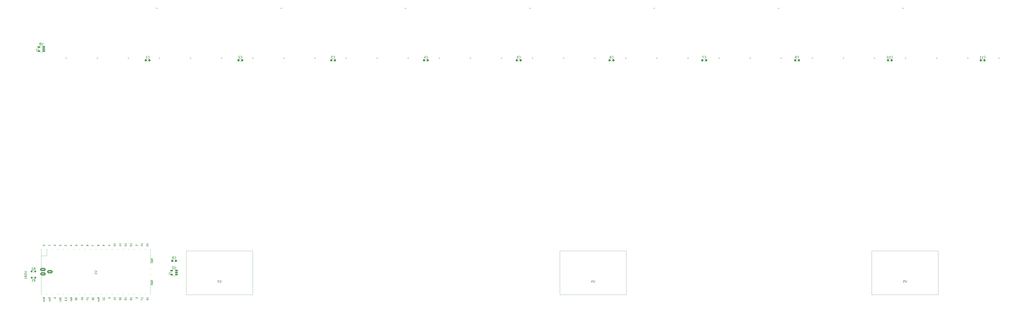
<source format=gbo>
%TF.GenerationSoftware,KiCad,Pcbnew,8.0.2*%
%TF.CreationDate,2024-06-11T18:45:27+02:00*%
%TF.ProjectId,chu_main,6368755f-6d61-4696-9e2e-6b696361645f,rev?*%
%TF.SameCoordinates,Original*%
%TF.FileFunction,Legend,Bot*%
%TF.FilePolarity,Positive*%
%FSLAX46Y46*%
G04 Gerber Fmt 4.6, Leading zero omitted, Abs format (unit mm)*
G04 Created by KiCad (PCBNEW 8.0.2) date 2024-06-11 18:45:27*
%MOMM*%
%LPD*%
G01*
G04 APERTURE LIST*
G04 Aperture macros list*
%AMRoundRect*
0 Rectangle with rounded corners*
0 $1 Rounding radius*
0 $2 $3 $4 $5 $6 $7 $8 $9 X,Y pos of 4 corners*
0 Add a 4 corners polygon primitive as box body*
4,1,4,$2,$3,$4,$5,$6,$7,$8,$9,$2,$3,0*
0 Add four circle primitives for the rounded corners*
1,1,$1+$1,$2,$3*
1,1,$1+$1,$4,$5*
1,1,$1+$1,$6,$7*
1,1,$1+$1,$8,$9*
0 Add four rect primitives between the rounded corners*
20,1,$1+$1,$2,$3,$4,$5,0*
20,1,$1+$1,$4,$5,$6,$7,0*
20,1,$1+$1,$6,$7,$8,$9,0*
20,1,$1+$1,$8,$9,$2,$3,0*%
G04 Aperture macros list end*
%ADD10C,0.100000*%
%ADD11C,0.150000*%
%ADD12C,0.200000*%
%ADD13C,0.120000*%
%ADD14C,1.100000*%
%ADD15R,1.600000X1.600000*%
%ADD16O,1.600000X1.600000*%
%ADD17C,1.524000*%
%ADD18C,3.200000*%
%ADD19RoundRect,0.150000X0.512500X0.150000X-0.512500X0.150000X-0.512500X-0.150000X0.512500X-0.150000X0*%
%ADD20O,1.700000X1.700000*%
%ADD21R,1.700000X1.700000*%
%ADD22C,0.650000*%
%ADD23R,1.450000X0.600000*%
%ADD24R,1.450000X0.300000*%
%ADD25O,1.600000X1.000000*%
%ADD26O,2.100000X1.000000*%
%ADD27RoundRect,0.237500X0.300000X0.237500X-0.300000X0.237500X-0.300000X-0.237500X0.300000X-0.237500X0*%
%ADD28RoundRect,0.200000X-0.200000X-0.275000X0.200000X-0.275000X0.200000X0.275000X-0.200000X0.275000X0*%
%ADD29R,1.700000X3.500000*%
%ADD30R,3.500000X1.700000*%
%ADD31RoundRect,0.300000X-0.950000X0.450000X-0.950000X-0.450000X0.950000X-0.450000X0.950000X0.450000X0*%
G04 APERTURE END LIST*
D10*
X261127280Y-94349869D02*
X261127280Y-95111774D01*
X261508233Y-94730821D02*
X260746328Y-94730821D01*
X58127280Y-94349869D02*
X58127280Y-95111774D01*
X58508233Y-94730821D02*
X57746328Y-94730821D01*
X391627280Y-94349869D02*
X391627280Y-95111774D01*
X392008233Y-94730821D02*
X391246328Y-94730821D01*
X275627280Y-94349869D02*
X275627280Y-95111774D01*
X276008233Y-94730821D02*
X275246328Y-94730821D01*
X406127280Y-94349869D02*
X406127280Y-95111774D01*
X406508233Y-94730821D02*
X405746328Y-94730821D01*
X390372719Y-71845630D02*
X390372719Y-71083726D01*
X389991766Y-71464678D02*
X390753671Y-71464678D01*
X130627280Y-94349869D02*
X130627280Y-95111774D01*
X131008233Y-94730821D02*
X130246328Y-94730821D01*
X203127280Y-94349869D02*
X203127280Y-95111774D01*
X203508233Y-94730821D02*
X202746328Y-94730821D01*
X377127280Y-94349869D02*
X377127280Y-95111774D01*
X377508233Y-94730821D02*
X376746328Y-94730821D01*
X332372719Y-71845630D02*
X332372719Y-71083726D01*
X331991766Y-71464678D02*
X332753671Y-71464678D01*
X478627280Y-94349869D02*
X478627280Y-95111774D01*
X479008233Y-94730821D02*
X478246328Y-94730821D01*
X246627280Y-94349869D02*
X246627280Y-95111774D01*
X247008233Y-94730821D02*
X246246328Y-94730821D01*
X100372719Y-71845630D02*
X100372719Y-71083726D01*
X99991766Y-71464678D02*
X100753671Y-71464678D01*
X72627280Y-94349869D02*
X72627280Y-95111774D01*
X73008233Y-94730821D02*
X72246328Y-94730821D01*
X464127280Y-94349869D02*
X464127280Y-95111774D01*
X464508233Y-94730821D02*
X463746328Y-94730821D01*
X87127280Y-94349869D02*
X87127280Y-95111774D01*
X87508233Y-94730821D02*
X86746328Y-94730821D01*
X216372719Y-71845630D02*
X216372719Y-71083726D01*
X215991766Y-71464678D02*
X216753671Y-71464678D01*
X159627280Y-94349869D02*
X159627280Y-95111774D01*
X160008233Y-94730821D02*
X159246328Y-94730821D01*
X174127280Y-94349869D02*
X174127280Y-95111774D01*
X174508233Y-94730821D02*
X173746328Y-94730821D01*
X158372719Y-71845630D02*
X158372719Y-71083726D01*
X157991766Y-71464678D02*
X158753671Y-71464678D01*
X435127280Y-94349869D02*
X435127280Y-95111774D01*
X435508233Y-94730821D02*
X434746328Y-94730821D01*
X493127280Y-94349869D02*
X493127280Y-95111774D01*
X493508233Y-94730821D02*
X492746328Y-94730821D01*
X449627280Y-94349869D02*
X449627280Y-95111774D01*
X450008233Y-94730821D02*
X449246328Y-94730821D01*
X362627280Y-94349869D02*
X362627280Y-95111774D01*
X363008233Y-94730821D02*
X362246328Y-94730821D01*
X348127280Y-94349869D02*
X348127280Y-95111774D01*
X348508233Y-94730821D02*
X347746328Y-94730821D01*
X116127280Y-94349869D02*
X116127280Y-95111774D01*
X116508233Y-94730821D02*
X115746328Y-94730821D01*
X420627280Y-94349869D02*
X420627280Y-95111774D01*
X421008233Y-94730821D02*
X420246328Y-94730821D01*
X448372719Y-71845630D02*
X448372719Y-71083726D01*
X447991766Y-71464678D02*
X448753671Y-71464678D01*
X274372719Y-71845630D02*
X274372719Y-71083726D01*
X273991766Y-71464678D02*
X274753671Y-71464678D01*
X232127280Y-94349869D02*
X232127280Y-95111774D01*
X232508233Y-94730821D02*
X231746328Y-94730821D01*
X101627280Y-94349869D02*
X101627280Y-95111774D01*
X102008233Y-94730821D02*
X101246328Y-94730821D01*
X217627280Y-94349869D02*
X217627280Y-95111774D01*
X218008233Y-94730821D02*
X217246328Y-94730821D01*
X145127280Y-94349869D02*
X145127280Y-95111774D01*
X145508233Y-94730821D02*
X144746328Y-94730821D01*
X188627280Y-94349869D02*
X188627280Y-95111774D01*
X189008233Y-94730821D02*
X188246328Y-94730821D01*
X333627280Y-94349869D02*
X333627280Y-95111774D01*
X334008233Y-94730821D02*
X333246328Y-94730821D01*
X319127280Y-94349869D02*
X319127280Y-95111774D01*
X319508233Y-94730821D02*
X318746328Y-94730821D01*
X304627280Y-94349869D02*
X304627280Y-95111774D01*
X305008233Y-94730821D02*
X304246328Y-94730821D01*
D11*
X47317904Y-87588819D02*
X47317904Y-88398342D01*
X47317904Y-88398342D02*
X47270285Y-88493580D01*
X47270285Y-88493580D02*
X47222666Y-88541200D01*
X47222666Y-88541200D02*
X47127428Y-88588819D01*
X47127428Y-88588819D02*
X46936952Y-88588819D01*
X46936952Y-88588819D02*
X46841714Y-88541200D01*
X46841714Y-88541200D02*
X46794095Y-88493580D01*
X46794095Y-88493580D02*
X46746476Y-88398342D01*
X46746476Y-88398342D02*
X46746476Y-87588819D01*
X46127428Y-88017390D02*
X46222666Y-87969771D01*
X46222666Y-87969771D02*
X46270285Y-87922152D01*
X46270285Y-87922152D02*
X46317904Y-87826914D01*
X46317904Y-87826914D02*
X46317904Y-87779295D01*
X46317904Y-87779295D02*
X46270285Y-87684057D01*
X46270285Y-87684057D02*
X46222666Y-87636438D01*
X46222666Y-87636438D02*
X46127428Y-87588819D01*
X46127428Y-87588819D02*
X45936952Y-87588819D01*
X45936952Y-87588819D02*
X45841714Y-87636438D01*
X45841714Y-87636438D02*
X45794095Y-87684057D01*
X45794095Y-87684057D02*
X45746476Y-87779295D01*
X45746476Y-87779295D02*
X45746476Y-87826914D01*
X45746476Y-87826914D02*
X45794095Y-87922152D01*
X45794095Y-87922152D02*
X45841714Y-87969771D01*
X45841714Y-87969771D02*
X45936952Y-88017390D01*
X45936952Y-88017390D02*
X46127428Y-88017390D01*
X46127428Y-88017390D02*
X46222666Y-88065009D01*
X46222666Y-88065009D02*
X46270285Y-88112628D01*
X46270285Y-88112628D02*
X46317904Y-88207866D01*
X46317904Y-88207866D02*
X46317904Y-88398342D01*
X46317904Y-88398342D02*
X46270285Y-88493580D01*
X46270285Y-88493580D02*
X46222666Y-88541200D01*
X46222666Y-88541200D02*
X46127428Y-88588819D01*
X46127428Y-88588819D02*
X45936952Y-88588819D01*
X45936952Y-88588819D02*
X45841714Y-88541200D01*
X45841714Y-88541200D02*
X45794095Y-88493580D01*
X45794095Y-88493580D02*
X45746476Y-88398342D01*
X45746476Y-88398342D02*
X45746476Y-88207866D01*
X45746476Y-88207866D02*
X45794095Y-88112628D01*
X45794095Y-88112628D02*
X45841714Y-88065009D01*
X45841714Y-88065009D02*
X45936952Y-88017390D01*
X109211654Y-192138819D02*
X109211654Y-192948342D01*
X109211654Y-192948342D02*
X109164035Y-193043580D01*
X109164035Y-193043580D02*
X109116416Y-193091200D01*
X109116416Y-193091200D02*
X109021178Y-193138819D01*
X109021178Y-193138819D02*
X108830702Y-193138819D01*
X108830702Y-193138819D02*
X108735464Y-193091200D01*
X108735464Y-193091200D02*
X108687845Y-193043580D01*
X108687845Y-193043580D02*
X108640226Y-192948342D01*
X108640226Y-192948342D02*
X108640226Y-192138819D01*
X108211654Y-192234057D02*
X108164035Y-192186438D01*
X108164035Y-192186438D02*
X108068797Y-192138819D01*
X108068797Y-192138819D02*
X107830702Y-192138819D01*
X107830702Y-192138819D02*
X107735464Y-192186438D01*
X107735464Y-192186438D02*
X107687845Y-192234057D01*
X107687845Y-192234057D02*
X107640226Y-192329295D01*
X107640226Y-192329295D02*
X107640226Y-192424533D01*
X107640226Y-192424533D02*
X107687845Y-192567390D01*
X107687845Y-192567390D02*
X108259273Y-193138819D01*
X108259273Y-193138819D02*
X107640226Y-193138819D01*
X130427904Y-198638819D02*
X130427904Y-199448342D01*
X130427904Y-199448342D02*
X130380285Y-199543580D01*
X130380285Y-199543580D02*
X130332666Y-199591200D01*
X130332666Y-199591200D02*
X130237428Y-199638819D01*
X130237428Y-199638819D02*
X130046952Y-199638819D01*
X130046952Y-199638819D02*
X129951714Y-199591200D01*
X129951714Y-199591200D02*
X129904095Y-199543580D01*
X129904095Y-199543580D02*
X129856476Y-199448342D01*
X129856476Y-199448342D02*
X129856476Y-198638819D01*
X129475523Y-198638819D02*
X128856476Y-198638819D01*
X128856476Y-198638819D02*
X129189809Y-199019771D01*
X129189809Y-199019771D02*
X129046952Y-199019771D01*
X129046952Y-199019771D02*
X128951714Y-199067390D01*
X128951714Y-199067390D02*
X128904095Y-199115009D01*
X128904095Y-199115009D02*
X128856476Y-199210247D01*
X128856476Y-199210247D02*
X128856476Y-199448342D01*
X128856476Y-199448342D02*
X128904095Y-199543580D01*
X128904095Y-199543580D02*
X128951714Y-199591200D01*
X128951714Y-199591200D02*
X129046952Y-199638819D01*
X129046952Y-199638819D02*
X129332666Y-199638819D01*
X129332666Y-199638819D02*
X129427904Y-199591200D01*
X129427904Y-199591200D02*
X129475523Y-199543580D01*
X38718319Y-194485905D02*
X39527842Y-194485905D01*
X39527842Y-194485905D02*
X39623080Y-194533524D01*
X39623080Y-194533524D02*
X39670700Y-194581143D01*
X39670700Y-194581143D02*
X39718319Y-194676381D01*
X39718319Y-194676381D02*
X39718319Y-194866857D01*
X39718319Y-194866857D02*
X39670700Y-194962095D01*
X39670700Y-194962095D02*
X39623080Y-195009714D01*
X39623080Y-195009714D02*
X39527842Y-195057333D01*
X39527842Y-195057333D02*
X38718319Y-195057333D01*
X39670700Y-195485905D02*
X39718319Y-195628762D01*
X39718319Y-195628762D02*
X39718319Y-195866857D01*
X39718319Y-195866857D02*
X39670700Y-195962095D01*
X39670700Y-195962095D02*
X39623080Y-196009714D01*
X39623080Y-196009714D02*
X39527842Y-196057333D01*
X39527842Y-196057333D02*
X39432604Y-196057333D01*
X39432604Y-196057333D02*
X39337366Y-196009714D01*
X39337366Y-196009714D02*
X39289747Y-195962095D01*
X39289747Y-195962095D02*
X39242128Y-195866857D01*
X39242128Y-195866857D02*
X39194509Y-195676381D01*
X39194509Y-195676381D02*
X39146890Y-195581143D01*
X39146890Y-195581143D02*
X39099271Y-195533524D01*
X39099271Y-195533524D02*
X39004033Y-195485905D01*
X39004033Y-195485905D02*
X38908795Y-195485905D01*
X38908795Y-195485905D02*
X38813557Y-195533524D01*
X38813557Y-195533524D02*
X38765938Y-195581143D01*
X38765938Y-195581143D02*
X38718319Y-195676381D01*
X38718319Y-195676381D02*
X38718319Y-195914476D01*
X38718319Y-195914476D02*
X38765938Y-196057333D01*
X39194509Y-196819238D02*
X39242128Y-196962095D01*
X39242128Y-196962095D02*
X39289747Y-197009714D01*
X39289747Y-197009714D02*
X39384985Y-197057333D01*
X39384985Y-197057333D02*
X39527842Y-197057333D01*
X39527842Y-197057333D02*
X39623080Y-197009714D01*
X39623080Y-197009714D02*
X39670700Y-196962095D01*
X39670700Y-196962095D02*
X39718319Y-196866857D01*
X39718319Y-196866857D02*
X39718319Y-196485905D01*
X39718319Y-196485905D02*
X38718319Y-196485905D01*
X38718319Y-196485905D02*
X38718319Y-196819238D01*
X38718319Y-196819238D02*
X38765938Y-196914476D01*
X38765938Y-196914476D02*
X38813557Y-196962095D01*
X38813557Y-196962095D02*
X38908795Y-197009714D01*
X38908795Y-197009714D02*
X39004033Y-197009714D01*
X39004033Y-197009714D02*
X39099271Y-196962095D01*
X39099271Y-196962095D02*
X39146890Y-196914476D01*
X39146890Y-196914476D02*
X39194509Y-196819238D01*
X39194509Y-196819238D02*
X39194509Y-196485905D01*
X39718319Y-198009714D02*
X39718319Y-197438286D01*
X39718319Y-197724000D02*
X38718319Y-197724000D01*
X38718319Y-197724000D02*
X38861176Y-197628762D01*
X38861176Y-197628762D02*
X38956414Y-197533524D01*
X38956414Y-197533524D02*
X39004033Y-197438286D01*
X108616416Y-188513580D02*
X108664035Y-188561200D01*
X108664035Y-188561200D02*
X108806892Y-188608819D01*
X108806892Y-188608819D02*
X108902130Y-188608819D01*
X108902130Y-188608819D02*
X109044987Y-188561200D01*
X109044987Y-188561200D02*
X109140225Y-188465961D01*
X109140225Y-188465961D02*
X109187844Y-188370723D01*
X109187844Y-188370723D02*
X109235463Y-188180247D01*
X109235463Y-188180247D02*
X109235463Y-188037390D01*
X109235463Y-188037390D02*
X109187844Y-187846914D01*
X109187844Y-187846914D02*
X109140225Y-187751676D01*
X109140225Y-187751676D02*
X109044987Y-187656438D01*
X109044987Y-187656438D02*
X108902130Y-187608819D01*
X108902130Y-187608819D02*
X108806892Y-187608819D01*
X108806892Y-187608819D02*
X108664035Y-187656438D01*
X108664035Y-187656438D02*
X108616416Y-187704057D01*
X108044987Y-188037390D02*
X108140225Y-187989771D01*
X108140225Y-187989771D02*
X108187844Y-187942152D01*
X108187844Y-187942152D02*
X108235463Y-187846914D01*
X108235463Y-187846914D02*
X108235463Y-187799295D01*
X108235463Y-187799295D02*
X108187844Y-187704057D01*
X108187844Y-187704057D02*
X108140225Y-187656438D01*
X108140225Y-187656438D02*
X108044987Y-187608819D01*
X108044987Y-187608819D02*
X107854511Y-187608819D01*
X107854511Y-187608819D02*
X107759273Y-187656438D01*
X107759273Y-187656438D02*
X107711654Y-187704057D01*
X107711654Y-187704057D02*
X107664035Y-187799295D01*
X107664035Y-187799295D02*
X107664035Y-187846914D01*
X107664035Y-187846914D02*
X107711654Y-187942152D01*
X107711654Y-187942152D02*
X107759273Y-187989771D01*
X107759273Y-187989771D02*
X107854511Y-188037390D01*
X107854511Y-188037390D02*
X108044987Y-188037390D01*
X108044987Y-188037390D02*
X108140225Y-188085009D01*
X108140225Y-188085009D02*
X108187844Y-188132628D01*
X108187844Y-188132628D02*
X108235463Y-188227866D01*
X108235463Y-188227866D02*
X108235463Y-188418342D01*
X108235463Y-188418342D02*
X108187844Y-188513580D01*
X108187844Y-188513580D02*
X108140225Y-188561200D01*
X108140225Y-188561200D02*
X108044987Y-188608819D01*
X108044987Y-188608819D02*
X107854511Y-188608819D01*
X107854511Y-188608819D02*
X107759273Y-188561200D01*
X107759273Y-188561200D02*
X107711654Y-188513580D01*
X107711654Y-188513580D02*
X107664035Y-188418342D01*
X107664035Y-188418342D02*
X107664035Y-188227866D01*
X107664035Y-188227866D02*
X107711654Y-188132628D01*
X107711654Y-188132628D02*
X107759273Y-188085009D01*
X107759273Y-188085009D02*
X107854511Y-188037390D01*
X486211357Y-94703580D02*
X486258976Y-94751200D01*
X486258976Y-94751200D02*
X486401833Y-94798819D01*
X486401833Y-94798819D02*
X486497071Y-94798819D01*
X486497071Y-94798819D02*
X486639928Y-94751200D01*
X486639928Y-94751200D02*
X486735166Y-94655961D01*
X486735166Y-94655961D02*
X486782785Y-94560723D01*
X486782785Y-94560723D02*
X486830404Y-94370247D01*
X486830404Y-94370247D02*
X486830404Y-94227390D01*
X486830404Y-94227390D02*
X486782785Y-94036914D01*
X486782785Y-94036914D02*
X486735166Y-93941676D01*
X486735166Y-93941676D02*
X486639928Y-93846438D01*
X486639928Y-93846438D02*
X486497071Y-93798819D01*
X486497071Y-93798819D02*
X486401833Y-93798819D01*
X486401833Y-93798819D02*
X486258976Y-93846438D01*
X486258976Y-93846438D02*
X486211357Y-93894057D01*
X485258976Y-94798819D02*
X485830404Y-94798819D01*
X485544690Y-94798819D02*
X485544690Y-93798819D01*
X485544690Y-93798819D02*
X485639928Y-93941676D01*
X485639928Y-93941676D02*
X485735166Y-94036914D01*
X485735166Y-94036914D02*
X485830404Y-94084533D01*
X484306595Y-94798819D02*
X484878023Y-94798819D01*
X484592309Y-94798819D02*
X484592309Y-93798819D01*
X484592309Y-93798819D02*
X484687547Y-93941676D01*
X484687547Y-93941676D02*
X484782785Y-94036914D01*
X484782785Y-94036914D02*
X484878023Y-94084533D01*
X355907666Y-94703580D02*
X355955285Y-94751200D01*
X355955285Y-94751200D02*
X356098142Y-94798819D01*
X356098142Y-94798819D02*
X356193380Y-94798819D01*
X356193380Y-94798819D02*
X356336237Y-94751200D01*
X356336237Y-94751200D02*
X356431475Y-94655961D01*
X356431475Y-94655961D02*
X356479094Y-94560723D01*
X356479094Y-94560723D02*
X356526713Y-94370247D01*
X356526713Y-94370247D02*
X356526713Y-94227390D01*
X356526713Y-94227390D02*
X356479094Y-94036914D01*
X356479094Y-94036914D02*
X356431475Y-93941676D01*
X356431475Y-93941676D02*
X356336237Y-93846438D01*
X356336237Y-93846438D02*
X356193380Y-93798819D01*
X356193380Y-93798819D02*
X356098142Y-93798819D01*
X356098142Y-93798819D02*
X355955285Y-93846438D01*
X355955285Y-93846438D02*
X355907666Y-93894057D01*
X355574332Y-93798819D02*
X354907666Y-93798819D01*
X354907666Y-93798819D02*
X355336237Y-94798819D01*
X226080166Y-94703580D02*
X226127785Y-94751200D01*
X226127785Y-94751200D02*
X226270642Y-94798819D01*
X226270642Y-94798819D02*
X226365880Y-94798819D01*
X226365880Y-94798819D02*
X226508737Y-94751200D01*
X226508737Y-94751200D02*
X226603975Y-94655961D01*
X226603975Y-94655961D02*
X226651594Y-94560723D01*
X226651594Y-94560723D02*
X226699213Y-94370247D01*
X226699213Y-94370247D02*
X226699213Y-94227390D01*
X226699213Y-94227390D02*
X226651594Y-94036914D01*
X226651594Y-94036914D02*
X226603975Y-93941676D01*
X226603975Y-93941676D02*
X226508737Y-93846438D01*
X226508737Y-93846438D02*
X226365880Y-93798819D01*
X226365880Y-93798819D02*
X226270642Y-93798819D01*
X226270642Y-93798819D02*
X226127785Y-93846438D01*
X226127785Y-93846438D02*
X226080166Y-93894057D01*
X225223023Y-94132152D02*
X225223023Y-94798819D01*
X225461118Y-93751200D02*
X225699213Y-94465485D01*
X225699213Y-94465485D02*
X225080166Y-94465485D01*
X450107904Y-198638819D02*
X450107904Y-199448342D01*
X450107904Y-199448342D02*
X450060285Y-199543580D01*
X450060285Y-199543580D02*
X450012666Y-199591200D01*
X450012666Y-199591200D02*
X449917428Y-199638819D01*
X449917428Y-199638819D02*
X449726952Y-199638819D01*
X449726952Y-199638819D02*
X449631714Y-199591200D01*
X449631714Y-199591200D02*
X449584095Y-199543580D01*
X449584095Y-199543580D02*
X449536476Y-199448342D01*
X449536476Y-199448342D02*
X449536476Y-198638819D01*
X448584095Y-198638819D02*
X449060285Y-198638819D01*
X449060285Y-198638819D02*
X449107904Y-199115009D01*
X449107904Y-199115009D02*
X449060285Y-199067390D01*
X449060285Y-199067390D02*
X448965047Y-199019771D01*
X448965047Y-199019771D02*
X448726952Y-199019771D01*
X448726952Y-199019771D02*
X448631714Y-199067390D01*
X448631714Y-199067390D02*
X448584095Y-199115009D01*
X448584095Y-199115009D02*
X448536476Y-199210247D01*
X448536476Y-199210247D02*
X448536476Y-199448342D01*
X448536476Y-199448342D02*
X448584095Y-199543580D01*
X448584095Y-199543580D02*
X448631714Y-199591200D01*
X448631714Y-199591200D02*
X448726952Y-199638819D01*
X448726952Y-199638819D02*
X448965047Y-199638819D01*
X448965047Y-199638819D02*
X449060285Y-199591200D01*
X449060285Y-199591200D02*
X449107904Y-199543580D01*
X269355966Y-94703580D02*
X269403585Y-94751200D01*
X269403585Y-94751200D02*
X269546442Y-94798819D01*
X269546442Y-94798819D02*
X269641680Y-94798819D01*
X269641680Y-94798819D02*
X269784537Y-94751200D01*
X269784537Y-94751200D02*
X269879775Y-94655961D01*
X269879775Y-94655961D02*
X269927394Y-94560723D01*
X269927394Y-94560723D02*
X269975013Y-94370247D01*
X269975013Y-94370247D02*
X269975013Y-94227390D01*
X269975013Y-94227390D02*
X269927394Y-94036914D01*
X269927394Y-94036914D02*
X269879775Y-93941676D01*
X269879775Y-93941676D02*
X269784537Y-93846438D01*
X269784537Y-93846438D02*
X269641680Y-93798819D01*
X269641680Y-93798819D02*
X269546442Y-93798819D01*
X269546442Y-93798819D02*
X269403585Y-93846438D01*
X269403585Y-93846438D02*
X269355966Y-93894057D01*
X268451204Y-93798819D02*
X268927394Y-93798819D01*
X268927394Y-93798819D02*
X268975013Y-94275009D01*
X268975013Y-94275009D02*
X268927394Y-94227390D01*
X268927394Y-94227390D02*
X268832156Y-94179771D01*
X268832156Y-94179771D02*
X268594061Y-94179771D01*
X268594061Y-94179771D02*
X268498823Y-94227390D01*
X268498823Y-94227390D02*
X268451204Y-94275009D01*
X268451204Y-94275009D02*
X268403585Y-94370247D01*
X268403585Y-94370247D02*
X268403585Y-94608342D01*
X268403585Y-94608342D02*
X268451204Y-94703580D01*
X268451204Y-94703580D02*
X268498823Y-94751200D01*
X268498823Y-94751200D02*
X268594061Y-94798819D01*
X268594061Y-94798819D02*
X268832156Y-94798819D01*
X268832156Y-94798819D02*
X268927394Y-94751200D01*
X268927394Y-94751200D02*
X268975013Y-94703580D01*
X399183466Y-94703580D02*
X399231085Y-94751200D01*
X399231085Y-94751200D02*
X399373942Y-94798819D01*
X399373942Y-94798819D02*
X399469180Y-94798819D01*
X399469180Y-94798819D02*
X399612037Y-94751200D01*
X399612037Y-94751200D02*
X399707275Y-94655961D01*
X399707275Y-94655961D02*
X399754894Y-94560723D01*
X399754894Y-94560723D02*
X399802513Y-94370247D01*
X399802513Y-94370247D02*
X399802513Y-94227390D01*
X399802513Y-94227390D02*
X399754894Y-94036914D01*
X399754894Y-94036914D02*
X399707275Y-93941676D01*
X399707275Y-93941676D02*
X399612037Y-93846438D01*
X399612037Y-93846438D02*
X399469180Y-93798819D01*
X399469180Y-93798819D02*
X399373942Y-93798819D01*
X399373942Y-93798819D02*
X399231085Y-93846438D01*
X399231085Y-93846438D02*
X399183466Y-93894057D01*
X398707275Y-94798819D02*
X398516799Y-94798819D01*
X398516799Y-94798819D02*
X398421561Y-94751200D01*
X398421561Y-94751200D02*
X398373942Y-94703580D01*
X398373942Y-94703580D02*
X398278704Y-94560723D01*
X398278704Y-94560723D02*
X398231085Y-94370247D01*
X398231085Y-94370247D02*
X398231085Y-93989295D01*
X398231085Y-93989295D02*
X398278704Y-93894057D01*
X398278704Y-93894057D02*
X398326323Y-93846438D01*
X398326323Y-93846438D02*
X398421561Y-93798819D01*
X398421561Y-93798819D02*
X398612037Y-93798819D01*
X398612037Y-93798819D02*
X398707275Y-93846438D01*
X398707275Y-93846438D02*
X398754894Y-93894057D01*
X398754894Y-93894057D02*
X398802513Y-93989295D01*
X398802513Y-93989295D02*
X398802513Y-94227390D01*
X398802513Y-94227390D02*
X398754894Y-94322628D01*
X398754894Y-94322628D02*
X398707275Y-94370247D01*
X398707275Y-94370247D02*
X398612037Y-94417866D01*
X398612037Y-94417866D02*
X398421561Y-94417866D01*
X398421561Y-94417866D02*
X398326323Y-94370247D01*
X398326323Y-94370247D02*
X398278704Y-94322628D01*
X398278704Y-94322628D02*
X398231085Y-94227390D01*
X43072666Y-199198819D02*
X43405999Y-198722628D01*
X43644094Y-199198819D02*
X43644094Y-198198819D01*
X43644094Y-198198819D02*
X43263142Y-198198819D01*
X43263142Y-198198819D02*
X43167904Y-198246438D01*
X43167904Y-198246438D02*
X43120285Y-198294057D01*
X43120285Y-198294057D02*
X43072666Y-198389295D01*
X43072666Y-198389295D02*
X43072666Y-198532152D01*
X43072666Y-198532152D02*
X43120285Y-198627390D01*
X43120285Y-198627390D02*
X43167904Y-198675009D01*
X43167904Y-198675009D02*
X43263142Y-198722628D01*
X43263142Y-198722628D02*
X43644094Y-198722628D01*
X42120285Y-199198819D02*
X42691713Y-199198819D01*
X42405999Y-199198819D02*
X42405999Y-198198819D01*
X42405999Y-198198819D02*
X42501237Y-198341676D01*
X42501237Y-198341676D02*
X42596475Y-198436914D01*
X42596475Y-198436914D02*
X42691713Y-198484533D01*
X182804366Y-94703580D02*
X182851985Y-94751200D01*
X182851985Y-94751200D02*
X182994842Y-94798819D01*
X182994842Y-94798819D02*
X183090080Y-94798819D01*
X183090080Y-94798819D02*
X183232937Y-94751200D01*
X183232937Y-94751200D02*
X183328175Y-94655961D01*
X183328175Y-94655961D02*
X183375794Y-94560723D01*
X183375794Y-94560723D02*
X183423413Y-94370247D01*
X183423413Y-94370247D02*
X183423413Y-94227390D01*
X183423413Y-94227390D02*
X183375794Y-94036914D01*
X183375794Y-94036914D02*
X183328175Y-93941676D01*
X183328175Y-93941676D02*
X183232937Y-93846438D01*
X183232937Y-93846438D02*
X183090080Y-93798819D01*
X183090080Y-93798819D02*
X182994842Y-93798819D01*
X182994842Y-93798819D02*
X182851985Y-93846438D01*
X182851985Y-93846438D02*
X182804366Y-93894057D01*
X182471032Y-93798819D02*
X181851985Y-93798819D01*
X181851985Y-93798819D02*
X182185318Y-94179771D01*
X182185318Y-94179771D02*
X182042461Y-94179771D01*
X182042461Y-94179771D02*
X181947223Y-94227390D01*
X181947223Y-94227390D02*
X181899604Y-94275009D01*
X181899604Y-94275009D02*
X181851985Y-94370247D01*
X181851985Y-94370247D02*
X181851985Y-94608342D01*
X181851985Y-94608342D02*
X181899604Y-94703580D01*
X181899604Y-94703580D02*
X181947223Y-94751200D01*
X181947223Y-94751200D02*
X182042461Y-94798819D01*
X182042461Y-94798819D02*
X182328175Y-94798819D01*
X182328175Y-94798819D02*
X182423413Y-94751200D01*
X182423413Y-94751200D02*
X182471032Y-94703580D01*
X43107666Y-193708819D02*
X43440999Y-193232628D01*
X43679094Y-193708819D02*
X43679094Y-192708819D01*
X43679094Y-192708819D02*
X43298142Y-192708819D01*
X43298142Y-192708819D02*
X43202904Y-192756438D01*
X43202904Y-192756438D02*
X43155285Y-192804057D01*
X43155285Y-192804057D02*
X43107666Y-192899295D01*
X43107666Y-192899295D02*
X43107666Y-193042152D01*
X43107666Y-193042152D02*
X43155285Y-193137390D01*
X43155285Y-193137390D02*
X43202904Y-193185009D01*
X43202904Y-193185009D02*
X43298142Y-193232628D01*
X43298142Y-193232628D02*
X43679094Y-193232628D01*
X42726713Y-192804057D02*
X42679094Y-192756438D01*
X42679094Y-192756438D02*
X42583856Y-192708819D01*
X42583856Y-192708819D02*
X42345761Y-192708819D01*
X42345761Y-192708819D02*
X42250523Y-192756438D01*
X42250523Y-192756438D02*
X42202904Y-192804057D01*
X42202904Y-192804057D02*
X42155285Y-192899295D01*
X42155285Y-192899295D02*
X42155285Y-192994533D01*
X42155285Y-192994533D02*
X42202904Y-193137390D01*
X42202904Y-193137390D02*
X42774332Y-193708819D01*
X42774332Y-193708819D02*
X42155285Y-193708819D01*
X139528466Y-94703580D02*
X139576085Y-94751200D01*
X139576085Y-94751200D02*
X139718942Y-94798819D01*
X139718942Y-94798819D02*
X139814180Y-94798819D01*
X139814180Y-94798819D02*
X139957037Y-94751200D01*
X139957037Y-94751200D02*
X140052275Y-94655961D01*
X140052275Y-94655961D02*
X140099894Y-94560723D01*
X140099894Y-94560723D02*
X140147513Y-94370247D01*
X140147513Y-94370247D02*
X140147513Y-94227390D01*
X140147513Y-94227390D02*
X140099894Y-94036914D01*
X140099894Y-94036914D02*
X140052275Y-93941676D01*
X140052275Y-93941676D02*
X139957037Y-93846438D01*
X139957037Y-93846438D02*
X139814180Y-93798819D01*
X139814180Y-93798819D02*
X139718942Y-93798819D01*
X139718942Y-93798819D02*
X139576085Y-93846438D01*
X139576085Y-93846438D02*
X139528466Y-93894057D01*
X139147513Y-93894057D02*
X139099894Y-93846438D01*
X139099894Y-93846438D02*
X139004656Y-93798819D01*
X139004656Y-93798819D02*
X138766561Y-93798819D01*
X138766561Y-93798819D02*
X138671323Y-93846438D01*
X138671323Y-93846438D02*
X138623704Y-93894057D01*
X138623704Y-93894057D02*
X138576085Y-93989295D01*
X138576085Y-93989295D02*
X138576085Y-94084533D01*
X138576085Y-94084533D02*
X138623704Y-94227390D01*
X138623704Y-94227390D02*
X139195132Y-94798819D01*
X139195132Y-94798819D02*
X138576085Y-94798819D01*
X312631866Y-94703580D02*
X312679485Y-94751200D01*
X312679485Y-94751200D02*
X312822342Y-94798819D01*
X312822342Y-94798819D02*
X312917580Y-94798819D01*
X312917580Y-94798819D02*
X313060437Y-94751200D01*
X313060437Y-94751200D02*
X313155675Y-94655961D01*
X313155675Y-94655961D02*
X313203294Y-94560723D01*
X313203294Y-94560723D02*
X313250913Y-94370247D01*
X313250913Y-94370247D02*
X313250913Y-94227390D01*
X313250913Y-94227390D02*
X313203294Y-94036914D01*
X313203294Y-94036914D02*
X313155675Y-93941676D01*
X313155675Y-93941676D02*
X313060437Y-93846438D01*
X313060437Y-93846438D02*
X312917580Y-93798819D01*
X312917580Y-93798819D02*
X312822342Y-93798819D01*
X312822342Y-93798819D02*
X312679485Y-93846438D01*
X312679485Y-93846438D02*
X312631866Y-93894057D01*
X311774723Y-93798819D02*
X311965199Y-93798819D01*
X311965199Y-93798819D02*
X312060437Y-93846438D01*
X312060437Y-93846438D02*
X312108056Y-93894057D01*
X312108056Y-93894057D02*
X312203294Y-94036914D01*
X312203294Y-94036914D02*
X312250913Y-94227390D01*
X312250913Y-94227390D02*
X312250913Y-94608342D01*
X312250913Y-94608342D02*
X312203294Y-94703580D01*
X312203294Y-94703580D02*
X312155675Y-94751200D01*
X312155675Y-94751200D02*
X312060437Y-94798819D01*
X312060437Y-94798819D02*
X311869961Y-94798819D01*
X311869961Y-94798819D02*
X311774723Y-94751200D01*
X311774723Y-94751200D02*
X311727104Y-94703580D01*
X311727104Y-94703580D02*
X311679485Y-94608342D01*
X311679485Y-94608342D02*
X311679485Y-94370247D01*
X311679485Y-94370247D02*
X311727104Y-94275009D01*
X311727104Y-94275009D02*
X311774723Y-94227390D01*
X311774723Y-94227390D02*
X311869961Y-94179771D01*
X311869961Y-94179771D02*
X312060437Y-94179771D01*
X312060437Y-94179771D02*
X312155675Y-94227390D01*
X312155675Y-94227390D02*
X312203294Y-94275009D01*
X312203294Y-94275009D02*
X312250913Y-94370247D01*
X71410819Y-194312095D02*
X72220342Y-194312095D01*
X72220342Y-194312095D02*
X72315580Y-194359714D01*
X72315580Y-194359714D02*
X72363200Y-194407333D01*
X72363200Y-194407333D02*
X72410819Y-194502571D01*
X72410819Y-194502571D02*
X72410819Y-194693047D01*
X72410819Y-194693047D02*
X72363200Y-194788285D01*
X72363200Y-194788285D02*
X72315580Y-194835904D01*
X72315580Y-194835904D02*
X72220342Y-194883523D01*
X72220342Y-194883523D02*
X71410819Y-194883523D01*
X72410819Y-195883523D02*
X72410819Y-195312095D01*
X72410819Y-195597809D02*
X71410819Y-195597809D01*
X71410819Y-195597809D02*
X71553676Y-195502571D01*
X71553676Y-195502571D02*
X71648914Y-195407333D01*
X71648914Y-195407333D02*
X71696533Y-195312095D01*
X80484127Y-206678996D02*
X80446032Y-206717092D01*
X80446032Y-206717092D02*
X80407937Y-206793282D01*
X80407937Y-206793282D02*
X80407937Y-206983758D01*
X80407937Y-206983758D02*
X80446032Y-207059949D01*
X80446032Y-207059949D02*
X80484127Y-207098044D01*
X80484127Y-207098044D02*
X80560318Y-207136139D01*
X80560318Y-207136139D02*
X80636508Y-207136139D01*
X80636508Y-207136139D02*
X80750794Y-207098044D01*
X80750794Y-207098044D02*
X81207937Y-206640901D01*
X81207937Y-206640901D02*
X81207937Y-207136139D01*
X81207937Y-207898044D02*
X81207937Y-207440901D01*
X81207937Y-207669473D02*
X80407937Y-207669473D01*
X80407937Y-207669473D02*
X80522222Y-207593282D01*
X80522222Y-207593282D02*
X80598413Y-207517092D01*
X80598413Y-207517092D02*
X80636508Y-207440901D01*
X50657286Y-182577019D02*
X50657286Y-182119876D01*
X50657286Y-182348448D02*
X49857286Y-182348448D01*
X49857286Y-182348448D02*
X49971571Y-182272257D01*
X49971571Y-182272257D02*
X50047762Y-182196067D01*
X50047762Y-182196067D02*
X50085857Y-182119876D01*
X52445381Y-182544503D02*
X52407286Y-182468313D01*
X52407286Y-182468313D02*
X52407286Y-182354027D01*
X52407286Y-182354027D02*
X52445381Y-182239741D01*
X52445381Y-182239741D02*
X52521571Y-182163551D01*
X52521571Y-182163551D02*
X52597762Y-182125456D01*
X52597762Y-182125456D02*
X52750143Y-182087360D01*
X52750143Y-182087360D02*
X52864429Y-182087360D01*
X52864429Y-182087360D02*
X53016810Y-182125456D01*
X53016810Y-182125456D02*
X53093000Y-182163551D01*
X53093000Y-182163551D02*
X53169191Y-182239741D01*
X53169191Y-182239741D02*
X53207286Y-182354027D01*
X53207286Y-182354027D02*
X53207286Y-182430218D01*
X53207286Y-182430218D02*
X53169191Y-182544503D01*
X53169191Y-182544503D02*
X53131095Y-182582599D01*
X53131095Y-182582599D02*
X52864429Y-182582599D01*
X52864429Y-182582599D02*
X52864429Y-182430218D01*
X83687286Y-181926693D02*
X83687286Y-181469550D01*
X83687286Y-181698122D02*
X82887286Y-181698122D01*
X82887286Y-181698122D02*
X83001571Y-181621931D01*
X83001571Y-181621931D02*
X83077762Y-181545741D01*
X83077762Y-181545741D02*
X83115857Y-181469550D01*
X83687286Y-182688598D02*
X83687286Y-182231455D01*
X83687286Y-182460027D02*
X82887286Y-182460027D01*
X82887286Y-182460027D02*
X83001571Y-182383836D01*
X83001571Y-182383836D02*
X83077762Y-182307646D01*
X83077762Y-182307646D02*
X83115857Y-182231455D01*
X62440127Y-206678996D02*
X62402032Y-206717092D01*
X62402032Y-206717092D02*
X62363937Y-206793282D01*
X62363937Y-206793282D02*
X62363937Y-206983758D01*
X62363937Y-206983758D02*
X62402032Y-207059949D01*
X62402032Y-207059949D02*
X62440127Y-207098044D01*
X62440127Y-207098044D02*
X62516318Y-207136139D01*
X62516318Y-207136139D02*
X62592508Y-207136139D01*
X62592508Y-207136139D02*
X62706794Y-207098044D01*
X62706794Y-207098044D02*
X63163937Y-206640901D01*
X63163937Y-206640901D02*
X63163937Y-207136139D01*
X62706794Y-207593282D02*
X62668699Y-207517092D01*
X62668699Y-207517092D02*
X62630603Y-207478997D01*
X62630603Y-207478997D02*
X62554413Y-207440901D01*
X62554413Y-207440901D02*
X62516318Y-207440901D01*
X62516318Y-207440901D02*
X62440127Y-207478997D01*
X62440127Y-207478997D02*
X62402032Y-207517092D01*
X62402032Y-207517092D02*
X62363937Y-207593282D01*
X62363937Y-207593282D02*
X62363937Y-207745663D01*
X62363937Y-207745663D02*
X62402032Y-207821854D01*
X62402032Y-207821854D02*
X62440127Y-207859949D01*
X62440127Y-207859949D02*
X62516318Y-207898044D01*
X62516318Y-207898044D02*
X62554413Y-207898044D01*
X62554413Y-207898044D02*
X62630603Y-207859949D01*
X62630603Y-207859949D02*
X62668699Y-207821854D01*
X62668699Y-207821854D02*
X62706794Y-207745663D01*
X62706794Y-207745663D02*
X62706794Y-207593282D01*
X62706794Y-207593282D02*
X62744889Y-207517092D01*
X62744889Y-207517092D02*
X62782984Y-207478997D01*
X62782984Y-207478997D02*
X62859175Y-207440901D01*
X62859175Y-207440901D02*
X63011556Y-207440901D01*
X63011556Y-207440901D02*
X63087746Y-207478997D01*
X63087746Y-207478997D02*
X63125842Y-207517092D01*
X63125842Y-207517092D02*
X63163937Y-207593282D01*
X63163937Y-207593282D02*
X63163937Y-207745663D01*
X63163937Y-207745663D02*
X63125842Y-207821854D01*
X63125842Y-207821854D02*
X63087746Y-207859949D01*
X63087746Y-207859949D02*
X63011556Y-207898044D01*
X63011556Y-207898044D02*
X62859175Y-207898044D01*
X62859175Y-207898044D02*
X62782984Y-207859949D01*
X62782984Y-207859949D02*
X62744889Y-207821854D01*
X62744889Y-207821854D02*
X62706794Y-207745663D01*
X70157286Y-182081781D02*
X70157286Y-182615115D01*
X70157286Y-182615115D02*
X70957286Y-182272257D01*
X50679842Y-206678996D02*
X50717937Y-206793282D01*
X50717937Y-206793282D02*
X50717937Y-206983758D01*
X50717937Y-206983758D02*
X50679842Y-207059949D01*
X50679842Y-207059949D02*
X50641746Y-207098044D01*
X50641746Y-207098044D02*
X50565556Y-207136139D01*
X50565556Y-207136139D02*
X50489365Y-207136139D01*
X50489365Y-207136139D02*
X50413175Y-207098044D01*
X50413175Y-207098044D02*
X50375080Y-207059949D01*
X50375080Y-207059949D02*
X50336984Y-206983758D01*
X50336984Y-206983758D02*
X50298889Y-206831377D01*
X50298889Y-206831377D02*
X50260794Y-206755187D01*
X50260794Y-206755187D02*
X50222699Y-206717092D01*
X50222699Y-206717092D02*
X50146508Y-206678996D01*
X50146508Y-206678996D02*
X50070318Y-206678996D01*
X50070318Y-206678996D02*
X49994127Y-206717092D01*
X49994127Y-206717092D02*
X49956032Y-206755187D01*
X49956032Y-206755187D02*
X49917937Y-206831377D01*
X49917937Y-206831377D02*
X49917937Y-207021854D01*
X49917937Y-207021854D02*
X49956032Y-207136139D01*
X50184603Y-207402806D02*
X50717937Y-207593282D01*
X50184603Y-207783759D02*
X50717937Y-207593282D01*
X50717937Y-207593282D02*
X50908413Y-207517092D01*
X50908413Y-207517092D02*
X50946508Y-207478997D01*
X50946508Y-207478997D02*
X50984603Y-207402806D01*
X50679842Y-208050425D02*
X50717937Y-208126616D01*
X50717937Y-208126616D02*
X50717937Y-208278997D01*
X50717937Y-208278997D02*
X50679842Y-208355187D01*
X50679842Y-208355187D02*
X50603651Y-208393283D01*
X50603651Y-208393283D02*
X50565556Y-208393283D01*
X50565556Y-208393283D02*
X50489365Y-208355187D01*
X50489365Y-208355187D02*
X50451270Y-208278997D01*
X50451270Y-208278997D02*
X50451270Y-208164711D01*
X50451270Y-208164711D02*
X50413175Y-208088521D01*
X50413175Y-208088521D02*
X50336984Y-208050425D01*
X50336984Y-208050425D02*
X50298889Y-208050425D01*
X50298889Y-208050425D02*
X50222699Y-208088521D01*
X50222699Y-208088521D02*
X50184603Y-208164711D01*
X50184603Y-208164711D02*
X50184603Y-208278997D01*
X50184603Y-208278997D02*
X50222699Y-208355187D01*
X65729365Y-206678996D02*
X65729365Y-207059949D01*
X65957937Y-206602806D02*
X65157937Y-206869473D01*
X65157937Y-206869473D02*
X65957937Y-207136139D01*
X65196032Y-207821853D02*
X65157937Y-207745663D01*
X65157937Y-207745663D02*
X65157937Y-207631377D01*
X65157937Y-207631377D02*
X65196032Y-207517091D01*
X65196032Y-207517091D02*
X65272222Y-207440901D01*
X65272222Y-207440901D02*
X65348413Y-207402806D01*
X65348413Y-207402806D02*
X65500794Y-207364710D01*
X65500794Y-207364710D02*
X65615080Y-207364710D01*
X65615080Y-207364710D02*
X65767461Y-207402806D01*
X65767461Y-207402806D02*
X65843651Y-207440901D01*
X65843651Y-207440901D02*
X65919842Y-207517091D01*
X65919842Y-207517091D02*
X65957937Y-207631377D01*
X65957937Y-207631377D02*
X65957937Y-207707568D01*
X65957937Y-207707568D02*
X65919842Y-207821853D01*
X65919842Y-207821853D02*
X65881746Y-207859949D01*
X65881746Y-207859949D02*
X65615080Y-207859949D01*
X65615080Y-207859949D02*
X65615080Y-207707568D01*
X65145381Y-182544503D02*
X65107286Y-182468313D01*
X65107286Y-182468313D02*
X65107286Y-182354027D01*
X65107286Y-182354027D02*
X65145381Y-182239741D01*
X65145381Y-182239741D02*
X65221571Y-182163551D01*
X65221571Y-182163551D02*
X65297762Y-182125456D01*
X65297762Y-182125456D02*
X65450143Y-182087360D01*
X65450143Y-182087360D02*
X65564429Y-182087360D01*
X65564429Y-182087360D02*
X65716810Y-182125456D01*
X65716810Y-182125456D02*
X65793000Y-182163551D01*
X65793000Y-182163551D02*
X65869191Y-182239741D01*
X65869191Y-182239741D02*
X65907286Y-182354027D01*
X65907286Y-182354027D02*
X65907286Y-182430218D01*
X65907286Y-182430218D02*
X65869191Y-182544503D01*
X65869191Y-182544503D02*
X65831095Y-182582599D01*
X65831095Y-182582599D02*
X65564429Y-182582599D01*
X65564429Y-182582599D02*
X65564429Y-182430218D01*
X86227286Y-181926693D02*
X86227286Y-181469550D01*
X86227286Y-181698122D02*
X85427286Y-181698122D01*
X85427286Y-181698122D02*
X85541571Y-181621931D01*
X85541571Y-181621931D02*
X85617762Y-181545741D01*
X85617762Y-181545741D02*
X85655857Y-181469550D01*
X85503476Y-182231455D02*
X85465381Y-182269551D01*
X85465381Y-182269551D02*
X85427286Y-182345741D01*
X85427286Y-182345741D02*
X85427286Y-182536217D01*
X85427286Y-182536217D02*
X85465381Y-182612408D01*
X85465381Y-182612408D02*
X85503476Y-182650503D01*
X85503476Y-182650503D02*
X85579667Y-182688598D01*
X85579667Y-182688598D02*
X85655857Y-182688598D01*
X85655857Y-182688598D02*
X85770143Y-182650503D01*
X85770143Y-182650503D02*
X86227286Y-182193360D01*
X86227286Y-182193360D02*
X86227286Y-182688598D01*
X67784127Y-206678996D02*
X67746032Y-206717092D01*
X67746032Y-206717092D02*
X67707937Y-206793282D01*
X67707937Y-206793282D02*
X67707937Y-206983758D01*
X67707937Y-206983758D02*
X67746032Y-207059949D01*
X67746032Y-207059949D02*
X67784127Y-207098044D01*
X67784127Y-207098044D02*
X67860318Y-207136139D01*
X67860318Y-207136139D02*
X67936508Y-207136139D01*
X67936508Y-207136139D02*
X68050794Y-207098044D01*
X68050794Y-207098044D02*
X68507937Y-206640901D01*
X68507937Y-206640901D02*
X68507937Y-207136139D01*
X67707937Y-207402806D02*
X67707937Y-207936140D01*
X67707937Y-207936140D02*
X68507937Y-207593282D01*
X88817937Y-207136139D02*
X88817937Y-206678996D01*
X88817937Y-206907568D02*
X88017937Y-206907568D01*
X88017937Y-206907568D02*
X88132222Y-206831377D01*
X88132222Y-206831377D02*
X88208413Y-206755187D01*
X88208413Y-206755187D02*
X88246508Y-206678996D01*
X88360794Y-207593282D02*
X88322699Y-207517092D01*
X88322699Y-207517092D02*
X88284603Y-207478997D01*
X88284603Y-207478997D02*
X88208413Y-207440901D01*
X88208413Y-207440901D02*
X88170318Y-207440901D01*
X88170318Y-207440901D02*
X88094127Y-207478997D01*
X88094127Y-207478997D02*
X88056032Y-207517092D01*
X88056032Y-207517092D02*
X88017937Y-207593282D01*
X88017937Y-207593282D02*
X88017937Y-207745663D01*
X88017937Y-207745663D02*
X88056032Y-207821854D01*
X88056032Y-207821854D02*
X88094127Y-207859949D01*
X88094127Y-207859949D02*
X88170318Y-207898044D01*
X88170318Y-207898044D02*
X88208413Y-207898044D01*
X88208413Y-207898044D02*
X88284603Y-207859949D01*
X88284603Y-207859949D02*
X88322699Y-207821854D01*
X88322699Y-207821854D02*
X88360794Y-207745663D01*
X88360794Y-207745663D02*
X88360794Y-207593282D01*
X88360794Y-207593282D02*
X88398889Y-207517092D01*
X88398889Y-207517092D02*
X88436984Y-207478997D01*
X88436984Y-207478997D02*
X88513175Y-207440901D01*
X88513175Y-207440901D02*
X88665556Y-207440901D01*
X88665556Y-207440901D02*
X88741746Y-207478997D01*
X88741746Y-207478997D02*
X88779842Y-207517092D01*
X88779842Y-207517092D02*
X88817937Y-207593282D01*
X88817937Y-207593282D02*
X88817937Y-207745663D01*
X88817937Y-207745663D02*
X88779842Y-207821854D01*
X88779842Y-207821854D02*
X88741746Y-207859949D01*
X88741746Y-207859949D02*
X88665556Y-207898044D01*
X88665556Y-207898044D02*
X88513175Y-207898044D01*
X88513175Y-207898044D02*
X88436984Y-207859949D01*
X88436984Y-207859949D02*
X88398889Y-207821854D01*
X88398889Y-207821854D02*
X88360794Y-207745663D01*
X88767286Y-181926693D02*
X88767286Y-181469550D01*
X88767286Y-181698122D02*
X87967286Y-181698122D01*
X87967286Y-181698122D02*
X88081571Y-181621931D01*
X88081571Y-181621931D02*
X88157762Y-181545741D01*
X88157762Y-181545741D02*
X88195857Y-181469550D01*
X87967286Y-182193360D02*
X87967286Y-182688598D01*
X87967286Y-182688598D02*
X88272048Y-182421932D01*
X88272048Y-182421932D02*
X88272048Y-182536217D01*
X88272048Y-182536217D02*
X88310143Y-182612408D01*
X88310143Y-182612408D02*
X88348238Y-182650503D01*
X88348238Y-182650503D02*
X88424429Y-182688598D01*
X88424429Y-182688598D02*
X88614905Y-182688598D01*
X88614905Y-182688598D02*
X88691095Y-182650503D01*
X88691095Y-182650503D02*
X88729191Y-182612408D01*
X88729191Y-182612408D02*
X88767286Y-182536217D01*
X88767286Y-182536217D02*
X88767286Y-182307646D01*
X88767286Y-182307646D02*
X88729191Y-182231455D01*
X88729191Y-182231455D02*
X88691095Y-182193360D01*
X73577937Y-207174234D02*
X73196984Y-206907567D01*
X73577937Y-206717091D02*
X72777937Y-206717091D01*
X72777937Y-206717091D02*
X72777937Y-207021853D01*
X72777937Y-207021853D02*
X72816032Y-207098043D01*
X72816032Y-207098043D02*
X72854127Y-207136138D01*
X72854127Y-207136138D02*
X72930318Y-207174234D01*
X72930318Y-207174234D02*
X73044603Y-207174234D01*
X73044603Y-207174234D02*
X73120794Y-207136138D01*
X73120794Y-207136138D02*
X73158889Y-207098043D01*
X73158889Y-207098043D02*
X73196984Y-207021853D01*
X73196984Y-207021853D02*
X73196984Y-206717091D01*
X73044603Y-207859948D02*
X73577937Y-207859948D01*
X73044603Y-207517091D02*
X73463651Y-207517091D01*
X73463651Y-207517091D02*
X73539842Y-207555186D01*
X73539842Y-207555186D02*
X73577937Y-207631376D01*
X73577937Y-207631376D02*
X73577937Y-207745662D01*
X73577937Y-207745662D02*
X73539842Y-207821853D01*
X73539842Y-207821853D02*
X73501746Y-207859948D01*
X73044603Y-208240901D02*
X73577937Y-208240901D01*
X73120794Y-208240901D02*
X73082699Y-208278996D01*
X73082699Y-208278996D02*
X73044603Y-208355186D01*
X73044603Y-208355186D02*
X73044603Y-208469472D01*
X73044603Y-208469472D02*
X73082699Y-208545663D01*
X73082699Y-208545663D02*
X73158889Y-208583758D01*
X73158889Y-208583758D02*
X73577937Y-208583758D01*
X47327286Y-182310353D02*
X47327286Y-182386543D01*
X47327286Y-182386543D02*
X47365381Y-182462734D01*
X47365381Y-182462734D02*
X47403476Y-182500829D01*
X47403476Y-182500829D02*
X47479667Y-182538924D01*
X47479667Y-182538924D02*
X47632048Y-182577019D01*
X47632048Y-182577019D02*
X47822524Y-182577019D01*
X47822524Y-182577019D02*
X47974905Y-182538924D01*
X47974905Y-182538924D02*
X48051095Y-182500829D01*
X48051095Y-182500829D02*
X48089191Y-182462734D01*
X48089191Y-182462734D02*
X48127286Y-182386543D01*
X48127286Y-182386543D02*
X48127286Y-182310353D01*
X48127286Y-182310353D02*
X48089191Y-182234162D01*
X48089191Y-182234162D02*
X48051095Y-182196067D01*
X48051095Y-182196067D02*
X47974905Y-182157972D01*
X47974905Y-182157972D02*
X47822524Y-182119876D01*
X47822524Y-182119876D02*
X47632048Y-182119876D01*
X47632048Y-182119876D02*
X47479667Y-182157972D01*
X47479667Y-182157972D02*
X47403476Y-182196067D01*
X47403476Y-182196067D02*
X47365381Y-182234162D01*
X47365381Y-182234162D02*
X47327286Y-182310353D01*
X62567286Y-182538924D02*
X62567286Y-182157972D01*
X62567286Y-182157972D02*
X62948238Y-182119876D01*
X62948238Y-182119876D02*
X62910143Y-182157972D01*
X62910143Y-182157972D02*
X62872048Y-182234162D01*
X62872048Y-182234162D02*
X62872048Y-182424638D01*
X62872048Y-182424638D02*
X62910143Y-182500829D01*
X62910143Y-182500829D02*
X62948238Y-182538924D01*
X62948238Y-182538924D02*
X63024429Y-182577019D01*
X63024429Y-182577019D02*
X63214905Y-182577019D01*
X63214905Y-182577019D02*
X63291095Y-182538924D01*
X63291095Y-182538924D02*
X63329191Y-182500829D01*
X63329191Y-182500829D02*
X63367286Y-182424638D01*
X63367286Y-182424638D02*
X63367286Y-182234162D01*
X63367286Y-182234162D02*
X63329191Y-182157972D01*
X63329191Y-182157972D02*
X63291095Y-182119876D01*
X73070143Y-182272257D02*
X73032048Y-182196067D01*
X73032048Y-182196067D02*
X72993952Y-182157972D01*
X72993952Y-182157972D02*
X72917762Y-182119876D01*
X72917762Y-182119876D02*
X72879667Y-182119876D01*
X72879667Y-182119876D02*
X72803476Y-182157972D01*
X72803476Y-182157972D02*
X72765381Y-182196067D01*
X72765381Y-182196067D02*
X72727286Y-182272257D01*
X72727286Y-182272257D02*
X72727286Y-182424638D01*
X72727286Y-182424638D02*
X72765381Y-182500829D01*
X72765381Y-182500829D02*
X72803476Y-182538924D01*
X72803476Y-182538924D02*
X72879667Y-182577019D01*
X72879667Y-182577019D02*
X72917762Y-182577019D01*
X72917762Y-182577019D02*
X72993952Y-182538924D01*
X72993952Y-182538924D02*
X73032048Y-182500829D01*
X73032048Y-182500829D02*
X73070143Y-182424638D01*
X73070143Y-182424638D02*
X73070143Y-182272257D01*
X73070143Y-182272257D02*
X73108238Y-182196067D01*
X73108238Y-182196067D02*
X73146333Y-182157972D01*
X73146333Y-182157972D02*
X73222524Y-182119876D01*
X73222524Y-182119876D02*
X73374905Y-182119876D01*
X73374905Y-182119876D02*
X73451095Y-182157972D01*
X73451095Y-182157972D02*
X73489191Y-182196067D01*
X73489191Y-182196067D02*
X73527286Y-182272257D01*
X73527286Y-182272257D02*
X73527286Y-182424638D01*
X73527286Y-182424638D02*
X73489191Y-182500829D01*
X73489191Y-182500829D02*
X73451095Y-182538924D01*
X73451095Y-182538924D02*
X73374905Y-182577019D01*
X73374905Y-182577019D02*
X73222524Y-182577019D01*
X73222524Y-182577019D02*
X73146333Y-182538924D01*
X73146333Y-182538924D02*
X73108238Y-182500829D01*
X73108238Y-182500829D02*
X73070143Y-182424638D01*
X57487286Y-182081781D02*
X57487286Y-182577019D01*
X57487286Y-182577019D02*
X57792048Y-182310353D01*
X57792048Y-182310353D02*
X57792048Y-182424638D01*
X57792048Y-182424638D02*
X57830143Y-182500829D01*
X57830143Y-182500829D02*
X57868238Y-182538924D01*
X57868238Y-182538924D02*
X57944429Y-182577019D01*
X57944429Y-182577019D02*
X58134905Y-182577019D01*
X58134905Y-182577019D02*
X58211095Y-182538924D01*
X58211095Y-182538924D02*
X58249191Y-182500829D01*
X58249191Y-182500829D02*
X58287286Y-182424638D01*
X58287286Y-182424638D02*
X58287286Y-182196067D01*
X58287286Y-182196067D02*
X58249191Y-182119876D01*
X58249191Y-182119876D02*
X58211095Y-182081781D01*
X52496032Y-207136139D02*
X52457937Y-207059949D01*
X52457937Y-207059949D02*
X52457937Y-206945663D01*
X52457937Y-206945663D02*
X52496032Y-206831377D01*
X52496032Y-206831377D02*
X52572222Y-206755187D01*
X52572222Y-206755187D02*
X52648413Y-206717092D01*
X52648413Y-206717092D02*
X52800794Y-206678996D01*
X52800794Y-206678996D02*
X52915080Y-206678996D01*
X52915080Y-206678996D02*
X53067461Y-206717092D01*
X53067461Y-206717092D02*
X53143651Y-206755187D01*
X53143651Y-206755187D02*
X53219842Y-206831377D01*
X53219842Y-206831377D02*
X53257937Y-206945663D01*
X53257937Y-206945663D02*
X53257937Y-207021854D01*
X53257937Y-207021854D02*
X53219842Y-207136139D01*
X53219842Y-207136139D02*
X53181746Y-207174235D01*
X53181746Y-207174235D02*
X52915080Y-207174235D01*
X52915080Y-207174235D02*
X52915080Y-207021854D01*
X47688889Y-206983758D02*
X47726984Y-207098044D01*
X47726984Y-207098044D02*
X47765080Y-207136139D01*
X47765080Y-207136139D02*
X47841270Y-207174235D01*
X47841270Y-207174235D02*
X47955556Y-207174235D01*
X47955556Y-207174235D02*
X48031746Y-207136139D01*
X48031746Y-207136139D02*
X48069842Y-207098044D01*
X48069842Y-207098044D02*
X48107937Y-207021854D01*
X48107937Y-207021854D02*
X48107937Y-206717092D01*
X48107937Y-206717092D02*
X47307937Y-206717092D01*
X47307937Y-206717092D02*
X47307937Y-206983758D01*
X47307937Y-206983758D02*
X47346032Y-207059949D01*
X47346032Y-207059949D02*
X47384127Y-207098044D01*
X47384127Y-207098044D02*
X47460318Y-207136139D01*
X47460318Y-207136139D02*
X47536508Y-207136139D01*
X47536508Y-207136139D02*
X47612699Y-207098044D01*
X47612699Y-207098044D02*
X47650794Y-207059949D01*
X47650794Y-207059949D02*
X47688889Y-206983758D01*
X47688889Y-206983758D02*
X47688889Y-206717092D01*
X47574603Y-207859949D02*
X48107937Y-207859949D01*
X47574603Y-207517092D02*
X47993651Y-207517092D01*
X47993651Y-207517092D02*
X48069842Y-207555187D01*
X48069842Y-207555187D02*
X48107937Y-207631377D01*
X48107937Y-207631377D02*
X48107937Y-207745663D01*
X48107937Y-207745663D02*
X48069842Y-207821854D01*
X48069842Y-207821854D02*
X48031746Y-207859949D01*
X48069842Y-208202806D02*
X48107937Y-208278997D01*
X48107937Y-208278997D02*
X48107937Y-208431378D01*
X48107937Y-208431378D02*
X48069842Y-208507568D01*
X48069842Y-208507568D02*
X47993651Y-208545664D01*
X47993651Y-208545664D02*
X47955556Y-208545664D01*
X47955556Y-208545664D02*
X47879365Y-208507568D01*
X47879365Y-208507568D02*
X47841270Y-208431378D01*
X47841270Y-208431378D02*
X47841270Y-208317092D01*
X47841270Y-208317092D02*
X47803175Y-208240902D01*
X47803175Y-208240902D02*
X47726984Y-208202806D01*
X47726984Y-208202806D02*
X47688889Y-208202806D01*
X47688889Y-208202806D02*
X47612699Y-208240902D01*
X47612699Y-208240902D02*
X47574603Y-208317092D01*
X47574603Y-208317092D02*
X47574603Y-208431378D01*
X47574603Y-208431378D02*
X47612699Y-208507568D01*
X98480200Y-188508285D02*
X98518295Y-188622571D01*
X98518295Y-188622571D02*
X98518295Y-188813047D01*
X98518295Y-188813047D02*
X98480200Y-188889238D01*
X98480200Y-188889238D02*
X98442104Y-188927333D01*
X98442104Y-188927333D02*
X98365914Y-188965428D01*
X98365914Y-188965428D02*
X98289723Y-188965428D01*
X98289723Y-188965428D02*
X98213533Y-188927333D01*
X98213533Y-188927333D02*
X98175438Y-188889238D01*
X98175438Y-188889238D02*
X98137342Y-188813047D01*
X98137342Y-188813047D02*
X98099247Y-188660666D01*
X98099247Y-188660666D02*
X98061152Y-188584476D01*
X98061152Y-188584476D02*
X98023057Y-188546381D01*
X98023057Y-188546381D02*
X97946866Y-188508285D01*
X97946866Y-188508285D02*
X97870676Y-188508285D01*
X97870676Y-188508285D02*
X97794485Y-188546381D01*
X97794485Y-188546381D02*
X97756390Y-188584476D01*
X97756390Y-188584476D02*
X97718295Y-188660666D01*
X97718295Y-188660666D02*
X97718295Y-188851143D01*
X97718295Y-188851143D02*
X97756390Y-188965428D01*
X97718295Y-189232095D02*
X98518295Y-189422571D01*
X98518295Y-189422571D02*
X97946866Y-189574952D01*
X97946866Y-189574952D02*
X98518295Y-189727333D01*
X98518295Y-189727333D02*
X97718295Y-189917810D01*
X98442104Y-190679715D02*
X98480200Y-190641619D01*
X98480200Y-190641619D02*
X98518295Y-190527334D01*
X98518295Y-190527334D02*
X98518295Y-190451143D01*
X98518295Y-190451143D02*
X98480200Y-190336857D01*
X98480200Y-190336857D02*
X98404009Y-190260667D01*
X98404009Y-190260667D02*
X98327819Y-190222572D01*
X98327819Y-190222572D02*
X98175438Y-190184476D01*
X98175438Y-190184476D02*
X98061152Y-190184476D01*
X98061152Y-190184476D02*
X97908771Y-190222572D01*
X97908771Y-190222572D02*
X97832580Y-190260667D01*
X97832580Y-190260667D02*
X97756390Y-190336857D01*
X97756390Y-190336857D02*
X97718295Y-190451143D01*
X97718295Y-190451143D02*
X97718295Y-190527334D01*
X97718295Y-190527334D02*
X97756390Y-190641619D01*
X97756390Y-190641619D02*
X97794485Y-190679715D01*
X93847286Y-181926693D02*
X93847286Y-181469550D01*
X93847286Y-181698122D02*
X93047286Y-181698122D01*
X93047286Y-181698122D02*
X93161571Y-181621931D01*
X93161571Y-181621931D02*
X93237762Y-181545741D01*
X93237762Y-181545741D02*
X93275857Y-181469550D01*
X93313952Y-182612408D02*
X93847286Y-182612408D01*
X93009191Y-182421932D02*
X93580619Y-182231455D01*
X93580619Y-182231455D02*
X93580619Y-182726694D01*
X60293952Y-182500829D02*
X60827286Y-182500829D01*
X59989191Y-182310353D02*
X60560619Y-182119876D01*
X60560619Y-182119876D02*
X60560619Y-182615115D01*
X96437937Y-207136139D02*
X96437937Y-206678996D01*
X96437937Y-206907568D02*
X95637937Y-206907568D01*
X95637937Y-206907568D02*
X95752222Y-206831377D01*
X95752222Y-206831377D02*
X95828413Y-206755187D01*
X95828413Y-206755187D02*
X95866508Y-206678996D01*
X95637937Y-207821854D02*
X95637937Y-207669473D01*
X95637937Y-207669473D02*
X95676032Y-207593282D01*
X95676032Y-207593282D02*
X95714127Y-207555187D01*
X95714127Y-207555187D02*
X95828413Y-207478997D01*
X95828413Y-207478997D02*
X95980794Y-207440901D01*
X95980794Y-207440901D02*
X96285556Y-207440901D01*
X96285556Y-207440901D02*
X96361746Y-207478997D01*
X96361746Y-207478997D02*
X96399842Y-207517092D01*
X96399842Y-207517092D02*
X96437937Y-207593282D01*
X96437937Y-207593282D02*
X96437937Y-207745663D01*
X96437937Y-207745663D02*
X96399842Y-207821854D01*
X96399842Y-207821854D02*
X96361746Y-207859949D01*
X96361746Y-207859949D02*
X96285556Y-207898044D01*
X96285556Y-207898044D02*
X96095080Y-207898044D01*
X96095080Y-207898044D02*
X96018889Y-207859949D01*
X96018889Y-207859949D02*
X95980794Y-207821854D01*
X95980794Y-207821854D02*
X95942699Y-207745663D01*
X95942699Y-207745663D02*
X95942699Y-207593282D01*
X95942699Y-207593282D02*
X95980794Y-207517092D01*
X95980794Y-207517092D02*
X96018889Y-207478997D01*
X96018889Y-207478997D02*
X96095080Y-207440901D01*
X86277937Y-207136139D02*
X86277937Y-206678996D01*
X86277937Y-206907568D02*
X85477937Y-206907568D01*
X85477937Y-206907568D02*
X85592222Y-206831377D01*
X85592222Y-206831377D02*
X85668413Y-206755187D01*
X85668413Y-206755187D02*
X85706508Y-206678996D01*
X86277937Y-207517092D02*
X86277937Y-207669473D01*
X86277937Y-207669473D02*
X86239842Y-207745663D01*
X86239842Y-207745663D02*
X86201746Y-207783759D01*
X86201746Y-207783759D02*
X86087461Y-207859949D01*
X86087461Y-207859949D02*
X85935080Y-207898044D01*
X85935080Y-207898044D02*
X85630318Y-207898044D01*
X85630318Y-207898044D02*
X85554127Y-207859949D01*
X85554127Y-207859949D02*
X85516032Y-207821854D01*
X85516032Y-207821854D02*
X85477937Y-207745663D01*
X85477937Y-207745663D02*
X85477937Y-207593282D01*
X85477937Y-207593282D02*
X85516032Y-207517092D01*
X85516032Y-207517092D02*
X85554127Y-207478997D01*
X85554127Y-207478997D02*
X85630318Y-207440901D01*
X85630318Y-207440901D02*
X85820794Y-207440901D01*
X85820794Y-207440901D02*
X85896984Y-207478997D01*
X85896984Y-207478997D02*
X85935080Y-207517092D01*
X85935080Y-207517092D02*
X85973175Y-207593282D01*
X85973175Y-207593282D02*
X85973175Y-207745663D01*
X85973175Y-207745663D02*
X85935080Y-207821854D01*
X85935080Y-207821854D02*
X85896984Y-207859949D01*
X85896984Y-207859949D02*
X85820794Y-207898044D01*
X67647286Y-182500829D02*
X67647286Y-182348448D01*
X67647286Y-182348448D02*
X67685381Y-182272257D01*
X67685381Y-182272257D02*
X67723476Y-182234162D01*
X67723476Y-182234162D02*
X67837762Y-182157972D01*
X67837762Y-182157972D02*
X67990143Y-182119876D01*
X67990143Y-182119876D02*
X68294905Y-182119876D01*
X68294905Y-182119876D02*
X68371095Y-182157972D01*
X68371095Y-182157972D02*
X68409191Y-182196067D01*
X68409191Y-182196067D02*
X68447286Y-182272257D01*
X68447286Y-182272257D02*
X68447286Y-182424638D01*
X68447286Y-182424638D02*
X68409191Y-182500829D01*
X68409191Y-182500829D02*
X68371095Y-182538924D01*
X68371095Y-182538924D02*
X68294905Y-182577019D01*
X68294905Y-182577019D02*
X68104429Y-182577019D01*
X68104429Y-182577019D02*
X68028238Y-182538924D01*
X68028238Y-182538924D02*
X67990143Y-182500829D01*
X67990143Y-182500829D02*
X67952048Y-182424638D01*
X67952048Y-182424638D02*
X67952048Y-182272257D01*
X67952048Y-182272257D02*
X67990143Y-182196067D01*
X67990143Y-182196067D02*
X68028238Y-182157972D01*
X68028238Y-182157972D02*
X68104429Y-182119876D01*
X98480200Y-198668285D02*
X98518295Y-198782571D01*
X98518295Y-198782571D02*
X98518295Y-198973047D01*
X98518295Y-198973047D02*
X98480200Y-199049238D01*
X98480200Y-199049238D02*
X98442104Y-199087333D01*
X98442104Y-199087333D02*
X98365914Y-199125428D01*
X98365914Y-199125428D02*
X98289723Y-199125428D01*
X98289723Y-199125428D02*
X98213533Y-199087333D01*
X98213533Y-199087333D02*
X98175438Y-199049238D01*
X98175438Y-199049238D02*
X98137342Y-198973047D01*
X98137342Y-198973047D02*
X98099247Y-198820666D01*
X98099247Y-198820666D02*
X98061152Y-198744476D01*
X98061152Y-198744476D02*
X98023057Y-198706381D01*
X98023057Y-198706381D02*
X97946866Y-198668285D01*
X97946866Y-198668285D02*
X97870676Y-198668285D01*
X97870676Y-198668285D02*
X97794485Y-198706381D01*
X97794485Y-198706381D02*
X97756390Y-198744476D01*
X97756390Y-198744476D02*
X97718295Y-198820666D01*
X97718295Y-198820666D02*
X97718295Y-199011143D01*
X97718295Y-199011143D02*
X97756390Y-199125428D01*
X97718295Y-199392095D02*
X98518295Y-199582571D01*
X98518295Y-199582571D02*
X97946866Y-199734952D01*
X97946866Y-199734952D02*
X98518295Y-199887333D01*
X98518295Y-199887333D02*
X97718295Y-200077810D01*
X98518295Y-200382572D02*
X97718295Y-200382572D01*
X97718295Y-200382572D02*
X97718295Y-200573048D01*
X97718295Y-200573048D02*
X97756390Y-200687334D01*
X97756390Y-200687334D02*
X97832580Y-200763524D01*
X97832580Y-200763524D02*
X97908771Y-200801619D01*
X97908771Y-200801619D02*
X98061152Y-200839715D01*
X98061152Y-200839715D02*
X98175438Y-200839715D01*
X98175438Y-200839715D02*
X98327819Y-200801619D01*
X98327819Y-200801619D02*
X98404009Y-200763524D01*
X98404009Y-200763524D02*
X98480200Y-200687334D01*
X98480200Y-200687334D02*
X98518295Y-200573048D01*
X98518295Y-200573048D02*
X98518295Y-200382572D01*
X96387286Y-181926693D02*
X96387286Y-181469550D01*
X96387286Y-181698122D02*
X95587286Y-181698122D01*
X95587286Y-181698122D02*
X95701571Y-181621931D01*
X95701571Y-181621931D02*
X95777762Y-181545741D01*
X95777762Y-181545741D02*
X95815857Y-181469550D01*
X95587286Y-182650503D02*
X95587286Y-182269551D01*
X95587286Y-182269551D02*
X95968238Y-182231455D01*
X95968238Y-182231455D02*
X95930143Y-182269551D01*
X95930143Y-182269551D02*
X95892048Y-182345741D01*
X95892048Y-182345741D02*
X95892048Y-182536217D01*
X95892048Y-182536217D02*
X95930143Y-182612408D01*
X95930143Y-182612408D02*
X95968238Y-182650503D01*
X95968238Y-182650503D02*
X96044429Y-182688598D01*
X96044429Y-182688598D02*
X96234905Y-182688598D01*
X96234905Y-182688598D02*
X96311095Y-182650503D01*
X96311095Y-182650503D02*
X96349191Y-182612408D01*
X96349191Y-182612408D02*
X96387286Y-182536217D01*
X96387286Y-182536217D02*
X96387286Y-182345741D01*
X96387286Y-182345741D02*
X96349191Y-182269551D01*
X96349191Y-182269551D02*
X96311095Y-182231455D01*
X60888295Y-207174235D02*
X60507342Y-206907568D01*
X60888295Y-206717092D02*
X60088295Y-206717092D01*
X60088295Y-206717092D02*
X60088295Y-207021854D01*
X60088295Y-207021854D02*
X60126390Y-207098044D01*
X60126390Y-207098044D02*
X60164485Y-207136139D01*
X60164485Y-207136139D02*
X60240676Y-207174235D01*
X60240676Y-207174235D02*
X60354961Y-207174235D01*
X60354961Y-207174235D02*
X60431152Y-207136139D01*
X60431152Y-207136139D02*
X60469247Y-207098044D01*
X60469247Y-207098044D02*
X60507342Y-207021854D01*
X60507342Y-207021854D02*
X60507342Y-206717092D01*
X60850200Y-207821854D02*
X60888295Y-207745663D01*
X60888295Y-207745663D02*
X60888295Y-207593282D01*
X60888295Y-207593282D02*
X60850200Y-207517092D01*
X60850200Y-207517092D02*
X60774009Y-207478996D01*
X60774009Y-207478996D02*
X60469247Y-207478996D01*
X60469247Y-207478996D02*
X60393057Y-207517092D01*
X60393057Y-207517092D02*
X60354961Y-207593282D01*
X60354961Y-207593282D02*
X60354961Y-207745663D01*
X60354961Y-207745663D02*
X60393057Y-207821854D01*
X60393057Y-207821854D02*
X60469247Y-207859949D01*
X60469247Y-207859949D02*
X60545438Y-207859949D01*
X60545438Y-207859949D02*
X60621628Y-207478996D01*
X60354961Y-208088520D02*
X60354961Y-208393282D01*
X60888295Y-208202806D02*
X60202580Y-208202806D01*
X60202580Y-208202806D02*
X60126390Y-208240901D01*
X60126390Y-208240901D02*
X60088295Y-208317091D01*
X60088295Y-208317091D02*
X60088295Y-208393282D01*
X75394127Y-206678996D02*
X75356032Y-206717092D01*
X75356032Y-206717092D02*
X75317937Y-206793282D01*
X75317937Y-206793282D02*
X75317937Y-206983758D01*
X75317937Y-206983758D02*
X75356032Y-207059949D01*
X75356032Y-207059949D02*
X75394127Y-207098044D01*
X75394127Y-207098044D02*
X75470318Y-207136139D01*
X75470318Y-207136139D02*
X75546508Y-207136139D01*
X75546508Y-207136139D02*
X75660794Y-207098044D01*
X75660794Y-207098044D02*
X76117937Y-206640901D01*
X76117937Y-206640901D02*
X76117937Y-207136139D01*
X75394127Y-207440901D02*
X75356032Y-207478997D01*
X75356032Y-207478997D02*
X75317937Y-207555187D01*
X75317937Y-207555187D02*
X75317937Y-207745663D01*
X75317937Y-207745663D02*
X75356032Y-207821854D01*
X75356032Y-207821854D02*
X75394127Y-207859949D01*
X75394127Y-207859949D02*
X75470318Y-207898044D01*
X75470318Y-207898044D02*
X75546508Y-207898044D01*
X75546508Y-207898044D02*
X75660794Y-207859949D01*
X75660794Y-207859949D02*
X76117937Y-207402806D01*
X76117937Y-207402806D02*
X76117937Y-207898044D01*
X76067286Y-182196067D02*
X76067286Y-182348448D01*
X76067286Y-182348448D02*
X76029191Y-182424638D01*
X76029191Y-182424638D02*
X75991095Y-182462734D01*
X75991095Y-182462734D02*
X75876810Y-182538924D01*
X75876810Y-182538924D02*
X75724429Y-182577019D01*
X75724429Y-182577019D02*
X75419667Y-182577019D01*
X75419667Y-182577019D02*
X75343476Y-182538924D01*
X75343476Y-182538924D02*
X75305381Y-182500829D01*
X75305381Y-182500829D02*
X75267286Y-182424638D01*
X75267286Y-182424638D02*
X75267286Y-182272257D01*
X75267286Y-182272257D02*
X75305381Y-182196067D01*
X75305381Y-182196067D02*
X75343476Y-182157972D01*
X75343476Y-182157972D02*
X75419667Y-182119876D01*
X75419667Y-182119876D02*
X75610143Y-182119876D01*
X75610143Y-182119876D02*
X75686333Y-182157972D01*
X75686333Y-182157972D02*
X75724429Y-182196067D01*
X75724429Y-182196067D02*
X75762524Y-182272257D01*
X75762524Y-182272257D02*
X75762524Y-182424638D01*
X75762524Y-182424638D02*
X75724429Y-182500829D01*
X75724429Y-182500829D02*
X75686333Y-182538924D01*
X75686333Y-182538924D02*
X75610143Y-182577019D01*
X90545381Y-182544503D02*
X90507286Y-182468313D01*
X90507286Y-182468313D02*
X90507286Y-182354027D01*
X90507286Y-182354027D02*
X90545381Y-182239741D01*
X90545381Y-182239741D02*
X90621571Y-182163551D01*
X90621571Y-182163551D02*
X90697762Y-182125456D01*
X90697762Y-182125456D02*
X90850143Y-182087360D01*
X90850143Y-182087360D02*
X90964429Y-182087360D01*
X90964429Y-182087360D02*
X91116810Y-182125456D01*
X91116810Y-182125456D02*
X91193000Y-182163551D01*
X91193000Y-182163551D02*
X91269191Y-182239741D01*
X91269191Y-182239741D02*
X91307286Y-182354027D01*
X91307286Y-182354027D02*
X91307286Y-182430218D01*
X91307286Y-182430218D02*
X91269191Y-182544503D01*
X91269191Y-182544503D02*
X91231095Y-182582599D01*
X91231095Y-182582599D02*
X90964429Y-182582599D01*
X90964429Y-182582599D02*
X90964429Y-182430218D01*
X57607937Y-206640901D02*
X57607937Y-207136139D01*
X57607937Y-207136139D02*
X57912699Y-206869473D01*
X57912699Y-206869473D02*
X57912699Y-206983758D01*
X57912699Y-206983758D02*
X57950794Y-207059949D01*
X57950794Y-207059949D02*
X57988889Y-207098044D01*
X57988889Y-207098044D02*
X58065080Y-207136139D01*
X58065080Y-207136139D02*
X58255556Y-207136139D01*
X58255556Y-207136139D02*
X58331746Y-207098044D01*
X58331746Y-207098044D02*
X58369842Y-207059949D01*
X58369842Y-207059949D02*
X58407937Y-206983758D01*
X58407937Y-206983758D02*
X58407937Y-206755187D01*
X58407937Y-206755187D02*
X58369842Y-206678996D01*
X58369842Y-206678996D02*
X58331746Y-206640901D01*
X58331746Y-207478997D02*
X58369842Y-207517092D01*
X58369842Y-207517092D02*
X58407937Y-207478997D01*
X58407937Y-207478997D02*
X58369842Y-207440901D01*
X58369842Y-207440901D02*
X58331746Y-207478997D01*
X58331746Y-207478997D02*
X58407937Y-207478997D01*
X57607937Y-207783758D02*
X57607937Y-208278996D01*
X57607937Y-208278996D02*
X57912699Y-208012330D01*
X57912699Y-208012330D02*
X57912699Y-208126615D01*
X57912699Y-208126615D02*
X57950794Y-208202806D01*
X57950794Y-208202806D02*
X57988889Y-208240901D01*
X57988889Y-208240901D02*
X58065080Y-208278996D01*
X58065080Y-208278996D02*
X58255556Y-208278996D01*
X58255556Y-208278996D02*
X58331746Y-208240901D01*
X58331746Y-208240901D02*
X58369842Y-208202806D01*
X58369842Y-208202806D02*
X58407937Y-208126615D01*
X58407937Y-208126615D02*
X58407937Y-207898044D01*
X58407937Y-207898044D02*
X58369842Y-207821853D01*
X58369842Y-207821853D02*
X58331746Y-207783758D01*
X83014127Y-206678996D02*
X82976032Y-206717092D01*
X82976032Y-206717092D02*
X82937937Y-206793282D01*
X82937937Y-206793282D02*
X82937937Y-206983758D01*
X82937937Y-206983758D02*
X82976032Y-207059949D01*
X82976032Y-207059949D02*
X83014127Y-207098044D01*
X83014127Y-207098044D02*
X83090318Y-207136139D01*
X83090318Y-207136139D02*
X83166508Y-207136139D01*
X83166508Y-207136139D02*
X83280794Y-207098044D01*
X83280794Y-207098044D02*
X83737937Y-206640901D01*
X83737937Y-206640901D02*
X83737937Y-207136139D01*
X82937937Y-207631378D02*
X82937937Y-207707568D01*
X82937937Y-207707568D02*
X82976032Y-207783759D01*
X82976032Y-207783759D02*
X83014127Y-207821854D01*
X83014127Y-207821854D02*
X83090318Y-207859949D01*
X83090318Y-207859949D02*
X83242699Y-207898044D01*
X83242699Y-207898044D02*
X83433175Y-207898044D01*
X83433175Y-207898044D02*
X83585556Y-207859949D01*
X83585556Y-207859949D02*
X83661746Y-207821854D01*
X83661746Y-207821854D02*
X83699842Y-207783759D01*
X83699842Y-207783759D02*
X83737937Y-207707568D01*
X83737937Y-207707568D02*
X83737937Y-207631378D01*
X83737937Y-207631378D02*
X83699842Y-207555187D01*
X83699842Y-207555187D02*
X83661746Y-207517092D01*
X83661746Y-207517092D02*
X83585556Y-207478997D01*
X83585556Y-207478997D02*
X83433175Y-207440901D01*
X83433175Y-207440901D02*
X83242699Y-207440901D01*
X83242699Y-207440901D02*
X83090318Y-207478997D01*
X83090318Y-207478997D02*
X83014127Y-207517092D01*
X83014127Y-207517092D02*
X82976032Y-207555187D01*
X82976032Y-207555187D02*
X82937937Y-207631378D01*
X77896032Y-207136139D02*
X77857937Y-207059949D01*
X77857937Y-207059949D02*
X77857937Y-206945663D01*
X77857937Y-206945663D02*
X77896032Y-206831377D01*
X77896032Y-206831377D02*
X77972222Y-206755187D01*
X77972222Y-206755187D02*
X78048413Y-206717092D01*
X78048413Y-206717092D02*
X78200794Y-206678996D01*
X78200794Y-206678996D02*
X78315080Y-206678996D01*
X78315080Y-206678996D02*
X78467461Y-206717092D01*
X78467461Y-206717092D02*
X78543651Y-206755187D01*
X78543651Y-206755187D02*
X78619842Y-206831377D01*
X78619842Y-206831377D02*
X78657937Y-206945663D01*
X78657937Y-206945663D02*
X78657937Y-207021854D01*
X78657937Y-207021854D02*
X78619842Y-207136139D01*
X78619842Y-207136139D02*
X78581746Y-207174235D01*
X78581746Y-207174235D02*
X78315080Y-207174235D01*
X78315080Y-207174235D02*
X78315080Y-207021854D01*
X70314127Y-206678996D02*
X70276032Y-206717092D01*
X70276032Y-206717092D02*
X70237937Y-206793282D01*
X70237937Y-206793282D02*
X70237937Y-206983758D01*
X70237937Y-206983758D02*
X70276032Y-207059949D01*
X70276032Y-207059949D02*
X70314127Y-207098044D01*
X70314127Y-207098044D02*
X70390318Y-207136139D01*
X70390318Y-207136139D02*
X70466508Y-207136139D01*
X70466508Y-207136139D02*
X70580794Y-207098044D01*
X70580794Y-207098044D02*
X71037937Y-206640901D01*
X71037937Y-206640901D02*
X71037937Y-207136139D01*
X70237937Y-207821854D02*
X70237937Y-207669473D01*
X70237937Y-207669473D02*
X70276032Y-207593282D01*
X70276032Y-207593282D02*
X70314127Y-207555187D01*
X70314127Y-207555187D02*
X70428413Y-207478997D01*
X70428413Y-207478997D02*
X70580794Y-207440901D01*
X70580794Y-207440901D02*
X70885556Y-207440901D01*
X70885556Y-207440901D02*
X70961746Y-207478997D01*
X70961746Y-207478997D02*
X70999842Y-207517092D01*
X70999842Y-207517092D02*
X71037937Y-207593282D01*
X71037937Y-207593282D02*
X71037937Y-207745663D01*
X71037937Y-207745663D02*
X70999842Y-207821854D01*
X70999842Y-207821854D02*
X70961746Y-207859949D01*
X70961746Y-207859949D02*
X70885556Y-207898044D01*
X70885556Y-207898044D02*
X70695080Y-207898044D01*
X70695080Y-207898044D02*
X70618889Y-207859949D01*
X70618889Y-207859949D02*
X70580794Y-207821854D01*
X70580794Y-207821854D02*
X70542699Y-207745663D01*
X70542699Y-207745663D02*
X70542699Y-207593282D01*
X70542699Y-207593282D02*
X70580794Y-207517092D01*
X70580794Y-207517092D02*
X70618889Y-207478997D01*
X70618889Y-207478997D02*
X70695080Y-207440901D01*
X93897937Y-207136139D02*
X93897937Y-206678996D01*
X93897937Y-206907568D02*
X93097937Y-206907568D01*
X93097937Y-206907568D02*
X93212222Y-206831377D01*
X93212222Y-206831377D02*
X93288413Y-206755187D01*
X93288413Y-206755187D02*
X93326508Y-206678996D01*
X93097937Y-207402806D02*
X93097937Y-207936140D01*
X93097937Y-207936140D02*
X93897937Y-207593282D01*
X81147286Y-181926693D02*
X81147286Y-181469550D01*
X81147286Y-181698122D02*
X80347286Y-181698122D01*
X80347286Y-181698122D02*
X80461571Y-181621931D01*
X80461571Y-181621931D02*
X80537762Y-181545741D01*
X80537762Y-181545741D02*
X80575857Y-181469550D01*
X80347286Y-182421932D02*
X80347286Y-182498122D01*
X80347286Y-182498122D02*
X80385381Y-182574313D01*
X80385381Y-182574313D02*
X80423476Y-182612408D01*
X80423476Y-182612408D02*
X80499667Y-182650503D01*
X80499667Y-182650503D02*
X80652048Y-182688598D01*
X80652048Y-182688598D02*
X80842524Y-182688598D01*
X80842524Y-182688598D02*
X80994905Y-182650503D01*
X80994905Y-182650503D02*
X81071095Y-182612408D01*
X81071095Y-182612408D02*
X81109191Y-182574313D01*
X81109191Y-182574313D02*
X81147286Y-182498122D01*
X81147286Y-182498122D02*
X81147286Y-182421932D01*
X81147286Y-182421932D02*
X81109191Y-182345741D01*
X81109191Y-182345741D02*
X81071095Y-182307646D01*
X81071095Y-182307646D02*
X80994905Y-182269551D01*
X80994905Y-182269551D02*
X80842524Y-182231455D01*
X80842524Y-182231455D02*
X80652048Y-182231455D01*
X80652048Y-182231455D02*
X80499667Y-182269551D01*
X80499667Y-182269551D02*
X80423476Y-182307646D01*
X80423476Y-182307646D02*
X80385381Y-182345741D01*
X80385381Y-182345741D02*
X80347286Y-182421932D01*
X77845381Y-182544503D02*
X77807286Y-182468313D01*
X77807286Y-182468313D02*
X77807286Y-182354027D01*
X77807286Y-182354027D02*
X77845381Y-182239741D01*
X77845381Y-182239741D02*
X77921571Y-182163551D01*
X77921571Y-182163551D02*
X77997762Y-182125456D01*
X77997762Y-182125456D02*
X78150143Y-182087360D01*
X78150143Y-182087360D02*
X78264429Y-182087360D01*
X78264429Y-182087360D02*
X78416810Y-182125456D01*
X78416810Y-182125456D02*
X78493000Y-182163551D01*
X78493000Y-182163551D02*
X78569191Y-182239741D01*
X78569191Y-182239741D02*
X78607286Y-182354027D01*
X78607286Y-182354027D02*
X78607286Y-182430218D01*
X78607286Y-182430218D02*
X78569191Y-182544503D01*
X78569191Y-182544503D02*
X78531095Y-182582599D01*
X78531095Y-182582599D02*
X78264429Y-182582599D01*
X78264429Y-182582599D02*
X78264429Y-182430218D01*
X55008295Y-206640901D02*
X55008295Y-207136139D01*
X55008295Y-207136139D02*
X55313057Y-206869473D01*
X55313057Y-206869473D02*
X55313057Y-206983758D01*
X55313057Y-206983758D02*
X55351152Y-207059949D01*
X55351152Y-207059949D02*
X55389247Y-207098044D01*
X55389247Y-207098044D02*
X55465438Y-207136139D01*
X55465438Y-207136139D02*
X55655914Y-207136139D01*
X55655914Y-207136139D02*
X55732104Y-207098044D01*
X55732104Y-207098044D02*
X55770200Y-207059949D01*
X55770200Y-207059949D02*
X55808295Y-206983758D01*
X55808295Y-206983758D02*
X55808295Y-206755187D01*
X55808295Y-206755187D02*
X55770200Y-206678996D01*
X55770200Y-206678996D02*
X55732104Y-206640901D01*
X55389247Y-207478997D02*
X55389247Y-207745663D01*
X55808295Y-207859949D02*
X55808295Y-207478997D01*
X55808295Y-207478997D02*
X55008295Y-207478997D01*
X55008295Y-207478997D02*
X55008295Y-207859949D01*
X55274961Y-208202807D02*
X55808295Y-208202807D01*
X55351152Y-208202807D02*
X55313057Y-208240902D01*
X55313057Y-208240902D02*
X55274961Y-208317092D01*
X55274961Y-208317092D02*
X55274961Y-208431378D01*
X55274961Y-208431378D02*
X55313057Y-208507569D01*
X55313057Y-208507569D02*
X55389247Y-208545664D01*
X55389247Y-208545664D02*
X55808295Y-208545664D01*
X90596032Y-207136139D02*
X90557937Y-207059949D01*
X90557937Y-207059949D02*
X90557937Y-206945663D01*
X90557937Y-206945663D02*
X90596032Y-206831377D01*
X90596032Y-206831377D02*
X90672222Y-206755187D01*
X90672222Y-206755187D02*
X90748413Y-206717092D01*
X90748413Y-206717092D02*
X90900794Y-206678996D01*
X90900794Y-206678996D02*
X91015080Y-206678996D01*
X91015080Y-206678996D02*
X91167461Y-206717092D01*
X91167461Y-206717092D02*
X91243651Y-206755187D01*
X91243651Y-206755187D02*
X91319842Y-206831377D01*
X91319842Y-206831377D02*
X91357937Y-206945663D01*
X91357937Y-206945663D02*
X91357937Y-207021854D01*
X91357937Y-207021854D02*
X91319842Y-207136139D01*
X91319842Y-207136139D02*
X91281746Y-207174235D01*
X91281746Y-207174235D02*
X91015080Y-207174235D01*
X91015080Y-207174235D02*
X91015080Y-207021854D01*
X55023476Y-182119876D02*
X54985381Y-182157972D01*
X54985381Y-182157972D02*
X54947286Y-182234162D01*
X54947286Y-182234162D02*
X54947286Y-182424638D01*
X54947286Y-182424638D02*
X54985381Y-182500829D01*
X54985381Y-182500829D02*
X55023476Y-182538924D01*
X55023476Y-182538924D02*
X55099667Y-182577019D01*
X55099667Y-182577019D02*
X55175857Y-182577019D01*
X55175857Y-182577019D02*
X55290143Y-182538924D01*
X55290143Y-182538924D02*
X55747286Y-182081781D01*
X55747286Y-182081781D02*
X55747286Y-182577019D01*
X304607904Y-198638819D02*
X304607904Y-199448342D01*
X304607904Y-199448342D02*
X304560285Y-199543580D01*
X304560285Y-199543580D02*
X304512666Y-199591200D01*
X304512666Y-199591200D02*
X304417428Y-199638819D01*
X304417428Y-199638819D02*
X304226952Y-199638819D01*
X304226952Y-199638819D02*
X304131714Y-199591200D01*
X304131714Y-199591200D02*
X304084095Y-199543580D01*
X304084095Y-199543580D02*
X304036476Y-199448342D01*
X304036476Y-199448342D02*
X304036476Y-198638819D01*
X303131714Y-198972152D02*
X303131714Y-199638819D01*
X303369809Y-198591200D02*
X303607904Y-199305485D01*
X303607904Y-199305485D02*
X302988857Y-199305485D01*
X96252666Y-94703580D02*
X96300285Y-94751200D01*
X96300285Y-94751200D02*
X96443142Y-94798819D01*
X96443142Y-94798819D02*
X96538380Y-94798819D01*
X96538380Y-94798819D02*
X96681237Y-94751200D01*
X96681237Y-94751200D02*
X96776475Y-94655961D01*
X96776475Y-94655961D02*
X96824094Y-94560723D01*
X96824094Y-94560723D02*
X96871713Y-94370247D01*
X96871713Y-94370247D02*
X96871713Y-94227390D01*
X96871713Y-94227390D02*
X96824094Y-94036914D01*
X96824094Y-94036914D02*
X96776475Y-93941676D01*
X96776475Y-93941676D02*
X96681237Y-93846438D01*
X96681237Y-93846438D02*
X96538380Y-93798819D01*
X96538380Y-93798819D02*
X96443142Y-93798819D01*
X96443142Y-93798819D02*
X96300285Y-93846438D01*
X96300285Y-93846438D02*
X96252666Y-93894057D01*
X95300285Y-94798819D02*
X95871713Y-94798819D01*
X95585999Y-94798819D02*
X95585999Y-93798819D01*
X95585999Y-93798819D02*
X95681237Y-93941676D01*
X95681237Y-93941676D02*
X95776475Y-94036914D01*
X95776475Y-94036914D02*
X95871713Y-94084533D01*
X442935557Y-94703580D02*
X442983176Y-94751200D01*
X442983176Y-94751200D02*
X443126033Y-94798819D01*
X443126033Y-94798819D02*
X443221271Y-94798819D01*
X443221271Y-94798819D02*
X443364128Y-94751200D01*
X443364128Y-94751200D02*
X443459366Y-94655961D01*
X443459366Y-94655961D02*
X443506985Y-94560723D01*
X443506985Y-94560723D02*
X443554604Y-94370247D01*
X443554604Y-94370247D02*
X443554604Y-94227390D01*
X443554604Y-94227390D02*
X443506985Y-94036914D01*
X443506985Y-94036914D02*
X443459366Y-93941676D01*
X443459366Y-93941676D02*
X443364128Y-93846438D01*
X443364128Y-93846438D02*
X443221271Y-93798819D01*
X443221271Y-93798819D02*
X443126033Y-93798819D01*
X443126033Y-93798819D02*
X442983176Y-93846438D01*
X442983176Y-93846438D02*
X442935557Y-93894057D01*
X441983176Y-94798819D02*
X442554604Y-94798819D01*
X442268890Y-94798819D02*
X442268890Y-93798819D01*
X442268890Y-93798819D02*
X442364128Y-93941676D01*
X442364128Y-93941676D02*
X442459366Y-94036914D01*
X442459366Y-94036914D02*
X442554604Y-94084533D01*
X441364128Y-93798819D02*
X441268890Y-93798819D01*
X441268890Y-93798819D02*
X441173652Y-93846438D01*
X441173652Y-93846438D02*
X441126033Y-93894057D01*
X441126033Y-93894057D02*
X441078414Y-93989295D01*
X441078414Y-93989295D02*
X441030795Y-94179771D01*
X441030795Y-94179771D02*
X441030795Y-94417866D01*
X441030795Y-94417866D02*
X441078414Y-94608342D01*
X441078414Y-94608342D02*
X441126033Y-94703580D01*
X441126033Y-94703580D02*
X441173652Y-94751200D01*
X441173652Y-94751200D02*
X441268890Y-94798819D01*
X441268890Y-94798819D02*
X441364128Y-94798819D01*
X441364128Y-94798819D02*
X441459366Y-94751200D01*
X441459366Y-94751200D02*
X441506985Y-94703580D01*
X441506985Y-94703580D02*
X441554604Y-94608342D01*
X441554604Y-94608342D02*
X441602223Y-94417866D01*
X441602223Y-94417866D02*
X441602223Y-94179771D01*
X441602223Y-94179771D02*
X441554604Y-93989295D01*
X441554604Y-93989295D02*
X441506985Y-93894057D01*
X441506985Y-93894057D02*
X441459366Y-93846438D01*
X441459366Y-93846438D02*
X441364128Y-93798819D01*
D10*
X290127280Y-94349869D02*
X290127280Y-95111774D01*
X290508233Y-94730821D02*
X289746328Y-94730821D01*
D12*
%TO.C,U8*%
X44306000Y-90534000D02*
X44306000Y-91534000D01*
X44306000Y-90534000D02*
X45556000Y-90534000D01*
D13*
X45756000Y-88974000D02*
X46556000Y-88974000D01*
X45756000Y-92094000D02*
X46556000Y-92094000D01*
X47356000Y-92094000D02*
X46556000Y-92094000D01*
X48356000Y-88974000D02*
X46556000Y-88974000D01*
D12*
%TO.C,U2*%
X106199750Y-195084000D02*
X106199750Y-196084000D01*
X106199750Y-195084000D02*
X107449750Y-195084000D01*
D13*
X107649750Y-193524000D02*
X108449750Y-193524000D01*
X107649750Y-196644000D02*
X108449750Y-196644000D01*
X109249750Y-196644000D02*
X108449750Y-196644000D01*
X110249750Y-193524000D02*
X108449750Y-193524000D01*
%TO.C,U3*%
X145166000Y-184884000D02*
X114166000Y-184884000D01*
X114166000Y-205384000D01*
X145166000Y-205384000D01*
X145166000Y-184884000D01*
%TO.C,C8*%
X108303483Y-189074000D02*
X108596017Y-189074000D01*
X108303483Y-190094000D02*
X108596017Y-190094000D01*
%TO.C,C11*%
X485422233Y-95264000D02*
X485714767Y-95264000D01*
X485422233Y-96284000D02*
X485714767Y-96284000D01*
%TO.C,C7*%
X355594733Y-95264000D02*
X355887267Y-95264000D01*
X355594733Y-96284000D02*
X355887267Y-96284000D01*
%TO.C,C4*%
X225767233Y-95264000D02*
X226059767Y-95264000D01*
X225767233Y-96284000D02*
X226059767Y-96284000D01*
%TO.C,U5*%
X464846000Y-184884000D02*
X433846000Y-184884000D01*
X433846000Y-205384000D01*
X464846000Y-205384000D01*
X464846000Y-184884000D01*
%TO.C,C5*%
X269043033Y-95264000D02*
X269335567Y-95264000D01*
X269043033Y-96284000D02*
X269335567Y-96284000D01*
%TO.C,C9*%
X398870533Y-95264000D02*
X399163067Y-95264000D01*
X398870533Y-96284000D02*
X399163067Y-96284000D01*
%TO.C,R1*%
X43143258Y-196971500D02*
X42668742Y-196971500D01*
X43143258Y-198016500D02*
X42668742Y-198016500D01*
%TO.C,C3*%
X182491433Y-95264000D02*
X182783967Y-95264000D01*
X182491433Y-96284000D02*
X182783967Y-96284000D01*
%TO.C,R2*%
X43103258Y-193981500D02*
X42628742Y-193981500D01*
X43103258Y-195026500D02*
X42628742Y-195026500D01*
%TO.C,C2*%
X139215533Y-95264000D02*
X139508067Y-95264000D01*
X139215533Y-96284000D02*
X139508067Y-96284000D01*
%TO.C,C6*%
X312318933Y-95264000D02*
X312611467Y-95264000D01*
X312318933Y-96284000D02*
X312611467Y-96284000D01*
%TO.C,U1*%
X46456000Y-184144000D02*
X46456000Y-192674000D01*
X46456000Y-187181000D02*
X49123000Y-187181000D01*
X46456000Y-196674000D02*
X46456000Y-205144000D01*
X46756000Y-184174000D02*
X46456000Y-184174000D01*
X46756000Y-205174000D02*
X46456000Y-205174000D01*
X49123000Y-187181000D02*
X49123000Y-184174000D01*
X49256000Y-184174000D02*
X48856000Y-184174000D01*
X49256000Y-205174000D02*
X48856000Y-205174000D01*
X51856000Y-184174000D02*
X51456000Y-184174000D01*
X51856000Y-205174000D02*
X51456000Y-205174000D01*
X54356000Y-184174000D02*
X53956000Y-184174000D01*
X54356000Y-205174000D02*
X53956000Y-205174000D01*
X56956000Y-184174000D02*
X56556000Y-184174000D01*
X56956000Y-205174000D02*
X56556000Y-205174000D01*
X59456000Y-184174000D02*
X59056000Y-184174000D01*
X59456000Y-205174000D02*
X59056000Y-205174000D01*
X61956000Y-184174000D02*
X61556000Y-184174000D01*
X61956000Y-205174000D02*
X61556000Y-205174000D01*
X64556000Y-184174000D02*
X64156000Y-184174000D01*
X64556000Y-205174000D02*
X64156000Y-205174000D01*
X67056000Y-184174000D02*
X66656000Y-184174000D01*
X67056000Y-205174000D02*
X66656000Y-205174000D01*
X69656000Y-184174000D02*
X69256000Y-184174000D01*
X69656000Y-205174000D02*
X69256000Y-205174000D01*
X72156000Y-184174000D02*
X71756000Y-184174000D01*
X72156000Y-205174000D02*
X71756000Y-205174000D01*
X74656000Y-184174000D02*
X74256000Y-184174000D01*
X74656000Y-205174000D02*
X74256000Y-205174000D01*
X77256000Y-184174000D02*
X76856000Y-184174000D01*
X77256000Y-205174000D02*
X76856000Y-205174000D01*
X79756000Y-184174000D02*
X79356000Y-184174000D01*
X79756000Y-205174000D02*
X79356000Y-205174000D01*
X82356000Y-184174000D02*
X81956000Y-184174000D01*
X82356000Y-205174000D02*
X81956000Y-205174000D01*
X84856000Y-184174000D02*
X84456000Y-184174000D01*
X84856000Y-205174000D02*
X84456000Y-205174000D01*
X87456000Y-184174000D02*
X87056000Y-184174000D01*
X87456000Y-205174000D02*
X87056000Y-205174000D01*
X89956000Y-184174000D02*
X89556000Y-184174000D01*
X89956000Y-205174000D02*
X89556000Y-205174000D01*
X92456000Y-184174000D02*
X92056000Y-184174000D01*
X92456000Y-205174000D02*
X92056000Y-205174000D01*
X95056000Y-184174000D02*
X94656000Y-184174000D01*
X95056000Y-205174000D02*
X94656000Y-205174000D01*
X97456000Y-184174000D02*
X97456000Y-190974000D01*
X97456000Y-193574000D02*
X97456000Y-193174000D01*
X97456000Y-196174000D02*
X97456000Y-195774000D01*
X97456000Y-198374000D02*
X97456000Y-205174000D01*
%TO.C,U4*%
X319346000Y-184884000D02*
X288346000Y-184884000D01*
X288346000Y-205384000D01*
X319346000Y-205384000D01*
X319346000Y-184884000D01*
%TO.C,C1*%
X95939733Y-95264000D02*
X96232267Y-95264000D01*
X95939733Y-96284000D02*
X96232267Y-96284000D01*
%TO.C,C10*%
X442146433Y-95264000D02*
X442438967Y-95264000D01*
X442146433Y-96284000D02*
X442438967Y-96284000D01*
%TD*%
%LPC*%
D14*
%TO.C,D15*%
X259850000Y-93574000D03*
X258550000Y-93574000D03*
X262450000Y-93574000D03*
X261150000Y-93574000D03*
%TD*%
%TO.C,D1*%
X56850000Y-93574000D03*
X55550000Y-93574000D03*
X59450000Y-93574000D03*
X58150000Y-93574000D03*
%TD*%
%TO.C,D24*%
X390350000Y-93574000D03*
X389050000Y-93574000D03*
X392950000Y-93574000D03*
X391650000Y-93574000D03*
%TD*%
%TO.C,D16*%
X274350000Y-93574000D03*
X273050000Y-93574000D03*
X276950000Y-93574000D03*
X275650000Y-93574000D03*
%TD*%
%TO.C,D25*%
X404850000Y-93574000D03*
X403550000Y-93574000D03*
X407450000Y-93574000D03*
X406150000Y-93574000D03*
%TD*%
%TO.C,D33*%
X391650000Y-72621500D03*
X392950000Y-72621500D03*
X389050000Y-72621500D03*
X390350000Y-72621500D03*
%TD*%
%TO.C,D6*%
X129350000Y-93574000D03*
X128050000Y-93574000D03*
X131950000Y-93574000D03*
X130650000Y-93574000D03*
%TD*%
%TO.C,D11*%
X201850000Y-93574000D03*
X200550000Y-93574000D03*
X204450000Y-93574000D03*
X203150000Y-93574000D03*
%TD*%
%TO.C,D23*%
X375850000Y-93574000D03*
X374550000Y-93574000D03*
X378450000Y-93574000D03*
X377150000Y-93574000D03*
%TD*%
%TO.C,D34*%
X333650000Y-72621500D03*
X334950000Y-72621500D03*
X331050000Y-72621500D03*
X332350000Y-72621500D03*
%TD*%
%TO.C,D30*%
X477350000Y-93574000D03*
X476050000Y-93574000D03*
X479950000Y-93574000D03*
X478650000Y-93574000D03*
%TD*%
%TO.C,D14*%
X245350000Y-93574000D03*
X244050000Y-93574000D03*
X247950000Y-93574000D03*
X246650000Y-93574000D03*
%TD*%
%TO.C,D46*%
X101650000Y-72621500D03*
X102950000Y-72621500D03*
X99050000Y-72621500D03*
X100350000Y-72621500D03*
%TD*%
%TO.C,D2*%
X71350000Y-93574000D03*
X70050000Y-93574000D03*
X73950000Y-93574000D03*
X72650000Y-93574000D03*
%TD*%
%TO.C,D29*%
X462850000Y-93574000D03*
X461550000Y-93574000D03*
X465450000Y-93574000D03*
X464150000Y-93574000D03*
%TD*%
%TO.C,D3*%
X85850000Y-93574000D03*
X84550000Y-93574000D03*
X88450000Y-93574000D03*
X87150000Y-93574000D03*
%TD*%
%TO.C,D36*%
X217650000Y-72621500D03*
X218950000Y-72621500D03*
X215050000Y-72621500D03*
X216350000Y-72621500D03*
%TD*%
%TO.C,D8*%
X158350000Y-93574000D03*
X157050000Y-93574000D03*
X160950000Y-93574000D03*
X159650000Y-93574000D03*
%TD*%
%TO.C,D9*%
X172850000Y-93574000D03*
X171550000Y-93574000D03*
X175450000Y-93574000D03*
X174150000Y-93574000D03*
%TD*%
%TO.C,D45*%
X159650000Y-72621500D03*
X160950000Y-72621500D03*
X157050000Y-72621500D03*
X158350000Y-72621500D03*
%TD*%
%TO.C,D27*%
X433850000Y-93574000D03*
X432550000Y-93574000D03*
X436450000Y-93574000D03*
X435150000Y-93574000D03*
%TD*%
%TO.C,D31*%
X491850000Y-93574000D03*
X490550000Y-93574000D03*
X494450000Y-93574000D03*
X493150000Y-93574000D03*
%TD*%
%TO.C,D28*%
X448350000Y-93574000D03*
X447050000Y-93574000D03*
X450950000Y-93574000D03*
X449650000Y-93574000D03*
%TD*%
%TO.C,D22*%
X361350000Y-93574000D03*
X360050000Y-93574000D03*
X363950000Y-93574000D03*
X362650000Y-93574000D03*
%TD*%
%TO.C,D21*%
X346850000Y-93574000D03*
X345550000Y-93574000D03*
X349450000Y-93574000D03*
X348150000Y-93574000D03*
%TD*%
%TO.C,D5*%
X114850000Y-93574000D03*
X113550000Y-93574000D03*
X117450000Y-93574000D03*
X116150000Y-93574000D03*
%TD*%
%TO.C,D26*%
X419350000Y-93574000D03*
X418050000Y-93574000D03*
X421950000Y-93574000D03*
X420650000Y-93574000D03*
%TD*%
%TO.C,D32*%
X449650000Y-72621500D03*
X450950000Y-72621500D03*
X447050000Y-72621500D03*
X448350000Y-72621500D03*
%TD*%
%TO.C,D35*%
X275650000Y-72621500D03*
X276950000Y-72621500D03*
X273050000Y-72621500D03*
X274350000Y-72621500D03*
%TD*%
%TO.C,D13*%
X230850000Y-93574000D03*
X229550000Y-93574000D03*
X233450000Y-93574000D03*
X232150000Y-93574000D03*
%TD*%
%TO.C,D4*%
X100350000Y-93574000D03*
X99050000Y-93574000D03*
X102950000Y-93574000D03*
X101650000Y-93574000D03*
%TD*%
%TO.C,D12*%
X216350000Y-93574000D03*
X215050000Y-93574000D03*
X218950000Y-93574000D03*
X217650000Y-93574000D03*
%TD*%
%TO.C,D7*%
X143850000Y-93574000D03*
X142550000Y-93574000D03*
X146450000Y-93574000D03*
X145150000Y-93574000D03*
%TD*%
%TO.C,D10*%
X187350000Y-93574000D03*
X186050000Y-93574000D03*
X189950000Y-93574000D03*
X188650000Y-93574000D03*
%TD*%
%TO.C,D20*%
X332350000Y-93574000D03*
X331050000Y-93574000D03*
X334950000Y-93574000D03*
X333650000Y-93574000D03*
%TD*%
%TO.C,D19*%
X317850000Y-93574000D03*
X316550000Y-93574000D03*
X320450000Y-93574000D03*
X319150000Y-93574000D03*
%TD*%
%TO.C,D18*%
X303350000Y-93574000D03*
X302050000Y-93574000D03*
X305950000Y-93574000D03*
X304650000Y-93574000D03*
%TD*%
D15*
%TO.C,D39*%
X216191700Y-87384000D03*
D16*
X216191700Y-79764000D03*
%TD*%
D17*
%TO.C,HC-SR04-2*%
X126250000Y-87500000D03*
X128750000Y-87500000D03*
X131250000Y-87500000D03*
X133750000Y-87500000D03*
%TD*%
D15*
%TO.C,D40*%
X273704600Y-87384000D03*
D16*
X273704600Y-79764000D03*
%TD*%
D18*
%TO.C,SCR5*%
X354625000Y-205551000D03*
%TD*%
D17*
%TO.C,HC-SR04-8*%
X474250000Y-87500000D03*
X476750000Y-87500000D03*
X479250000Y-87500000D03*
X481750000Y-87500000D03*
%TD*%
%TO.C,HC-SR04-5*%
X300250000Y-87500000D03*
X302750000Y-87500000D03*
X305250000Y-87500000D03*
X307750000Y-87500000D03*
%TD*%
%TO.C,HC-SR04-7*%
X416250000Y-87500000D03*
X418750000Y-87500000D03*
X421250000Y-87500000D03*
X423750000Y-87500000D03*
%TD*%
%TO.C,HC-SR04-6*%
X358250000Y-87500000D03*
X360750000Y-87500000D03*
X363250000Y-87500000D03*
X365750000Y-87500000D03*
%TD*%
D15*
%TO.C,D44*%
X452196000Y-87384000D03*
D16*
X452196000Y-79764000D03*
%TD*%
D18*
%TO.C,SCR8*%
X196000000Y-66426000D03*
%TD*%
%TO.C,SCR6*%
X195375000Y-205551000D03*
%TD*%
D17*
%TO.C,HC-SR04-4*%
X242250000Y-87500000D03*
X244750000Y-87500000D03*
X247250000Y-87500000D03*
X249750000Y-87500000D03*
%TD*%
D15*
%TO.C,D43*%
X446243100Y-87384000D03*
D16*
X446243100Y-79764000D03*
%TD*%
D17*
%TO.C,HC-SR04-1*%
X68250000Y-87500000D03*
X70750000Y-87500000D03*
X73250000Y-87500000D03*
X75750000Y-87500000D03*
%TD*%
D15*
%TO.C,D38*%
X158678900Y-87384000D03*
D16*
X158678900Y-79764000D03*
%TD*%
D18*
%TO.C,SCR4*%
X38000000Y-205426000D03*
%TD*%
%TO.C,SCR1*%
X38000000Y-66426000D03*
%TD*%
D15*
%TO.C,D41*%
X331217400Y-87384000D03*
D16*
X331217400Y-79764000D03*
%TD*%
D18*
%TO.C,SCR3*%
X512000000Y-205426000D03*
%TD*%
%TO.C,SCR2*%
X512000000Y-66426000D03*
%TD*%
%TO.C,SCR7*%
X354000000Y-66426000D03*
%TD*%
D17*
%TO.C,HC-SR04-3*%
X184250000Y-87500000D03*
X186750000Y-87500000D03*
X189250000Y-87500000D03*
X191750000Y-87500000D03*
%TD*%
D15*
%TO.C,D37*%
X101166000Y-87384000D03*
D16*
X101166000Y-79764000D03*
%TD*%
D15*
%TO.C,D42*%
X388730300Y-87384000D03*
D16*
X388730300Y-79764000D03*
%TD*%
D19*
%TO.C,U8*%
X47693500Y-89584000D03*
X47693500Y-90534000D03*
X47693500Y-91484000D03*
X45418500Y-91484000D03*
X45418500Y-89584000D03*
%TD*%
%TO.C,U2*%
X109587250Y-194134000D03*
X109587250Y-195084000D03*
X109587250Y-196034000D03*
X107312250Y-196034000D03*
X107312250Y-194134000D03*
%TD*%
D20*
%TO.C,U3*%
X133476000Y-204164000D03*
X130936000Y-204164000D03*
X128396000Y-204164000D03*
X125856000Y-204164000D03*
X123316000Y-204164000D03*
D21*
X115696000Y-186384000D03*
D20*
X118236000Y-186384000D03*
X120776000Y-186384000D03*
X123316000Y-186384000D03*
X125856000Y-186384000D03*
X128396000Y-186384000D03*
X130936000Y-186384000D03*
X133476000Y-186384000D03*
X136016000Y-186384000D03*
X138556000Y-186384000D03*
X141096000Y-186384000D03*
X143636000Y-186384000D03*
X136016000Y-204164000D03*
%TD*%
D22*
%TO.C,USB1*%
X36263500Y-199114000D03*
X36263500Y-193334000D03*
D23*
X37708500Y-199449000D03*
X37708500Y-198674000D03*
D24*
X37708500Y-197974000D03*
X37708500Y-197474000D03*
X37708500Y-196974000D03*
X37708500Y-196474000D03*
X37708500Y-195974000D03*
X37708500Y-195474000D03*
X37708500Y-194974000D03*
X37708500Y-194474000D03*
D23*
X37708500Y-193774000D03*
X37708500Y-192999000D03*
D25*
X32613500Y-200544000D03*
D26*
X36793500Y-200544000D03*
D25*
X32613500Y-191904000D03*
D26*
X36793500Y-191904000D03*
%TD*%
D27*
%TO.C,C8*%
X109312250Y-189584000D03*
X107587250Y-189584000D03*
%TD*%
%TO.C,C11*%
X486431000Y-95774000D03*
X484706000Y-95774000D03*
%TD*%
%TO.C,C7*%
X356603500Y-95774000D03*
X354878500Y-95774000D03*
%TD*%
%TO.C,C4*%
X226776000Y-95774000D03*
X225051000Y-95774000D03*
%TD*%
D20*
%TO.C,U5*%
X453156000Y-204164000D03*
X450616000Y-204164000D03*
X448076000Y-204164000D03*
X445536000Y-204164000D03*
X442996000Y-204164000D03*
D21*
X435376000Y-186384000D03*
D20*
X437916000Y-186384000D03*
X440456000Y-186384000D03*
X442996000Y-186384000D03*
X445536000Y-186384000D03*
X448076000Y-186384000D03*
X450616000Y-186384000D03*
X453156000Y-186384000D03*
X455696000Y-186384000D03*
X458236000Y-186384000D03*
X460776000Y-186384000D03*
X463316000Y-186384000D03*
X455696000Y-204164000D03*
%TD*%
D27*
%TO.C,C5*%
X270051800Y-95774000D03*
X268326800Y-95774000D03*
%TD*%
%TO.C,C9*%
X399879300Y-95774000D03*
X398154300Y-95774000D03*
%TD*%
D28*
%TO.C,R1*%
X42081000Y-197494000D03*
X43731000Y-197494000D03*
%TD*%
D27*
%TO.C,C3*%
X183500200Y-95774000D03*
X181775200Y-95774000D03*
%TD*%
D28*
%TO.C,R2*%
X42041000Y-194504000D03*
X43691000Y-194504000D03*
%TD*%
D27*
%TO.C,C2*%
X140224300Y-95774000D03*
X138499300Y-95774000D03*
%TD*%
%TO.C,C6*%
X313327700Y-95774000D03*
X311602700Y-95774000D03*
%TD*%
D29*
%TO.C,U1*%
X47826000Y-184874000D03*
X50366000Y-184874000D03*
X52906000Y-184874000D03*
X55446000Y-184874000D03*
X57986000Y-184874000D03*
X60526000Y-184874000D03*
X63066000Y-184874000D03*
X65606000Y-184874000D03*
X68146000Y-184874000D03*
X70686000Y-184874000D03*
X73226000Y-184874000D03*
X75766000Y-184874000D03*
X78306000Y-184874000D03*
X80846000Y-184874000D03*
X83386000Y-184874000D03*
X85926000Y-184874000D03*
X88466000Y-184874000D03*
X91006000Y-184874000D03*
X93546000Y-184874000D03*
X96086000Y-184874000D03*
X96086000Y-204474000D03*
X93546000Y-204474000D03*
X91006000Y-204474000D03*
X88466000Y-204474000D03*
X85926000Y-204474000D03*
X83386000Y-204474000D03*
X80846000Y-204474000D03*
X78306000Y-204474000D03*
X75766000Y-204474000D03*
X73226000Y-204474000D03*
X70686000Y-204474000D03*
X68146000Y-204474000D03*
X65606000Y-204474000D03*
X63066000Y-204474000D03*
X60526000Y-204474000D03*
X57986000Y-204474000D03*
X55446000Y-204474000D03*
X52906000Y-204474000D03*
X50366000Y-204474000D03*
X47826000Y-204474000D03*
D30*
X96756000Y-192134000D03*
X96756000Y-194674000D03*
X96756000Y-197214000D03*
D31*
X50586000Y-194674000D03*
X47306000Y-195674000D03*
X47286000Y-193674000D03*
%TD*%
D20*
%TO.C,U4*%
X307656000Y-204164000D03*
X305116000Y-204164000D03*
X302576000Y-204164000D03*
X300036000Y-204164000D03*
X297496000Y-204164000D03*
D21*
X289876000Y-186384000D03*
D20*
X292416000Y-186384000D03*
X294956000Y-186384000D03*
X297496000Y-186384000D03*
X300036000Y-186384000D03*
X302576000Y-186384000D03*
X305116000Y-186384000D03*
X307656000Y-186384000D03*
X310196000Y-186384000D03*
X312736000Y-186384000D03*
X315276000Y-186384000D03*
X317816000Y-186384000D03*
X310196000Y-204164000D03*
%TD*%
D27*
%TO.C,C1*%
X96948500Y-95774000D03*
X95223500Y-95774000D03*
%TD*%
%TO.C,C10*%
X443155200Y-95774000D03*
X441430200Y-95774000D03*
%TD*%
D14*
%TO.C,D17*%
X288850000Y-93574000D03*
X287550000Y-93574000D03*
X291450000Y-93574000D03*
X290150000Y-93574000D03*
%TD*%
%LPD*%
M02*

</source>
